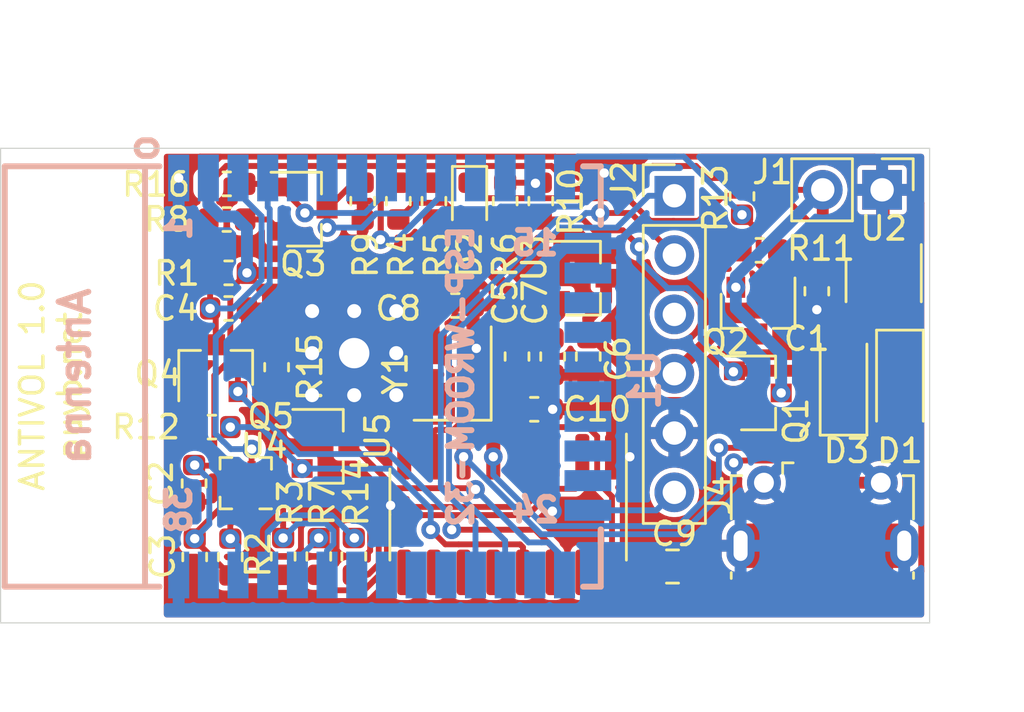
<source format=kicad_pcb>
(kicad_pcb (version 20171130) (host pcbnew 5.1.4)
  (layers (0 F.Cu signal) (31 B.Cu signal) (34 B.Paste user hide) (35 F.Paste user) (36 B.SilkS user hide) (37 F.SilkS user) (38 B.Mask user) (39 F.Mask user) (44 Edge.Cuts user))
  (net 0 "")
  (net 1 GND)
  (net 2 +3V3)
  (net 3 +BATT)
  (net 4 /GSM_KEY)
  (net 5 /GSM_RX)
  (net 6 /GSM_TX)
  (net 7 /ESP_RX)
  (net 8 /ESP_EN)
  (net 9 /ESP_IO0)
  (net 10 /ESP_TX)
  (net 11 /SCL)
  (net 12 /SDA)
  (net 13 /ACCEL_INT)
  (net 14 "Net-(C6-Pad1)")
  (net 15 +5V_USB)
  (net 16 "Net-(D2-Pad1)")
  (net 17 /GSM_VBAT)
  (net 18 /ADC)
  (net 19 /ADC_EN)
  (net 20 "Net-(D2-Pad2)")
  (net 21 /USB_PWR)
  (net 22 /CHARG)
  (net 23 "Net-(Q3-Pad2)")
  (net 24 "Net-(R11-Pad2)")
  (net 25 "Net-(D1-Pad2)")
  (net 26 /USB_D+)
  (net 27 /USB_D-)
  (net 28 "Net-(Q4-Pad2)")
  (net 29 "Net-(Q4-Pad1)")
  (net 30 "Net-(Q5-Pad2)")
  (net 31 "Net-(Q5-Pad1)")
  (net 32 "Net-(R14-Pad2)")
  (net 33 "Net-(C5-Pad1)")
  (net 34 "Net-(C8-Pad2)")
  (net 35 "Net-(R7-Pad2)")
  (net 36 /GSM_PWR)
  (module Package_TO_SOT_SMD:SOT-23 (layer F.Cu) (at 68.723 103.3526)
    (fp_text reference U3 (at -2.0734 -0.8636 90) (layer F.SilkS))
    (fp_text value XC6206P332)
    (pad 3 smd rect (at 1 0) (size 0.9 0.8) (layers F.Cu F.Paste F.Mask) (net 14 "Net-(C6-Pad1)"))
    (pad 2 smd rect (at -1 0.95) (size 0.9 0.8) (layers F.Cu F.Paste F.Mask) (net 2 +3V3))
    (pad 1 smd rect (at -1 -0.95) (size 0.9 0.8) (layers F.Cu F.Paste F.Mask) (net 1 GND))
  )
  (module Capacitor_SMD:C_0603_1608Metric (layer F.Cu) (at 52.0954 112.1411 90)
    (fp_text reference C2 (at 0 -1.43 90) (layer F.SilkS))
    (fp_text value 0.1µF)
    (pad 2 smd roundrect (at 0.7875 0 90) (size 0.875 0.95) (layers F.Cu F.Paste F.Mask) (net 2 +3V3))
    (pad 1 smd roundrect (at -0.7875 0 90) (size 0.875 0.95) (layers F.Cu F.Paste F.Mask) (net 1 GND))
  )
  (module OLIMEX_Cases-FP:ESP-WROOM-32_MODULE (layer B.Cu) (at 56.745 107.56 270)
    (fp_text reference U1 (at 0.136 -14.629 90) (layer B.SilkS) (effects (font (size 1.27 1.27) (thickness 0.254)) (justify mirror)))
    (fp_text value ESP-WROOM-32)
    (fp_text user 24 (at 5.715 -9.935 180) (layer B.SilkS) (effects (font (size 1.016 1.016) (thickness 0.254)) (justify mirror)))
    (fp_text user 15 (at -5.715 -9.935 180) (layer B.SilkS) (effects (font (size 1.016 1.016) (thickness 0.254)) (justify mirror)))
    (fp_text user 38 (at 5.715 5.305 90) (layer B.SilkS) (effects (font (size 1.016 1.016) (thickness 0.254)) (justify mirror)))
    (fp_text user 1 (at -6.35 5.305 90) (layer B.SilkS) (effects (font (size 1.016 1.016) (thickness 0.254)) (justify mirror)))
    (fp_text user ESP-WROOM-32 (at 0 -6.76 90) (layer B.SilkS) (effects (font (size 1.016 1.016) (thickness 0.254)) (justify mirror)))
    (fp_text user Antenna (at 0 9.75 90) (layer B.SilkS) (effects (font (size 1.27 1.27) (thickness 0.254)) (justify mirror)))
    (fp_text user o (at -9.779 6.829 90) (layer B.SilkS) (effects (font (size 1.27 1.27) (thickness 0.254)) (justify mirror)))
    (pad 39 thru_hole circle (at 0.8 -2.2 270) (size 1.3 1.3) (drill 0.6) (layers *.Cu) (net 1 GND))
    (pad 39 thru_hole circle (at -2.8 -2.2 270) (size 1.3 1.3) (drill 0.6) (layers *.Cu) (net 1 GND))
    (pad 39 thru_hole circle (at -1 -4 270) (size 1.3 1.3) (drill 0.6) (layers *.Cu) (net 1 GND))
    (pad 39 thru_hole circle (at -1 -0.4 270) (size 1.3 1.3) (drill 0.6) (layers *.Cu) (net 1 GND))
    (pad 39 thru_hole circle (at 0.8 -0.4 270) (size 1.3 1.3) (drill 0.6) (layers *.Cu) (net 1 GND))
    (pad 39 thru_hole circle (at -2.8 -0.4 270) (size 1.3 1.3) (drill 0.6) (layers *.Cu) (net 1 GND))
    (pad 39 thru_hole circle (at 0.8 -4 270) (size 1.3 1.3) (drill 0.6) (layers *.Cu) (net 1 GND))
    (pad 1 smd rect (at -8.5 5.31 270) (size 2 0.9) (layers B.Cu B.Paste B.Mask) (net 1 GND))
    (pad 2 smd rect (at -8.5 4.04 270) (size 2 0.9) (layers B.Cu B.Paste B.Mask) (net 2 +3V3))
    (pad 3 smd rect (at -8.5 2.77 270) (size 2 0.9) (layers B.Cu B.Paste B.Mask) (net 8 /ESP_EN))
    (pad 4 smd rect (at -8.5 1.5 270) (size 2 0.9) (layers B.Cu B.Paste B.Mask) (net 13 /ACCEL_INT))
    (pad 5 smd rect (at -8.5 0.23 270) (size 2 0.9) (layers B.Cu B.Paste B.Mask))
    (pad 6 smd rect (at -8.5 -1.04 270) (size 2 0.9) (layers B.Cu B.Paste B.Mask))
    (pad 7 smd rect (at -8.5 -2.31 270) (size 2 0.9) (layers B.Cu B.Paste B.Mask))
    (pad 8 smd rect (at -8.5 -3.58 270) (size 2 0.9) (layers B.Cu B.Paste B.Mask) (net 19 /ADC_EN))
    (pad 9 smd rect (at -8.5 -4.85 270) (size 2 0.9) (layers B.Cu B.Paste B.Mask) (net 18 /ADC))
    (pad 10 smd rect (at -8.5 -6.12 270) (size 2 0.9) (layers B.Cu B.Paste B.Mask) (net 21 /USB_PWR))
    (pad 11 smd rect (at -8.5 -7.39 270) (size 2 0.9) (layers B.Cu B.Paste B.Mask))
    (pad 12 smd rect (at -8.5 -8.66 270) (size 2 0.9) (layers B.Cu B.Paste B.Mask))
    (pad 13 smd rect (at -8.5 -9.93 270) (size 2 0.9) (layers B.Cu B.Paste B.Mask) (net 22 /CHARG))
    (pad 14 smd rect (at -8.5 -11.2 270) (size 2 0.9) (layers B.Cu B.Paste B.Mask) (net 36 /GSM_PWR))
    (pad 15 smd rect (at -5.7 -12.2 270) (size 0.9 2) (layers B.Cu B.Paste B.Mask) (net 1 GND))
    (pad 16 smd rect (at -4.43 -12.2 270) (size 0.9 2) (layers B.Cu B.Paste B.Mask))
    (pad 17 smd rect (at -3.16 -12.2 270) (size 0.9 2) (layers B.Cu B.Paste B.Mask))
    (pad 18 smd rect (at -1.89 -12.2 270) (size 0.9 2) (layers B.Cu B.Paste B.Mask))
    (pad 19 smd rect (at -0.62 -12.2 270) (size 0.9 2) (layers B.Cu B.Paste B.Mask))
    (pad 20 smd rect (at 0.65 -12.2 270) (size 0.9 2) (layers B.Cu B.Paste B.Mask))
    (pad 21 smd rect (at 1.92 -12.2 270) (size 0.9 2) (layers B.Cu B.Paste B.Mask))
    (pad 22 smd rect (at 3.19 -12.2 270) (size 0.9 2) (layers B.Cu B.Paste B.Mask))
    (pad 23 smd rect (at 4.46 -12.2 270) (size 0.9 2) (layers B.Cu B.Paste B.Mask))
    (pad 24 smd rect (at 5.73 -12.2 270) (size 0.9 2) (layers B.Cu B.Paste B.Mask) (net 4 /GSM_KEY))
    (pad 25 smd rect (at 8.5 -11.2 270) (size 2 0.9) (layers B.Cu B.Paste B.Mask) (net 9 /ESP_IO0))
    (pad 26 smd rect (at 8.5 -9.93 270) (size 2 0.9) (layers B.Cu B.Paste B.Mask))
    (pad 27 smd rect (at 8.5 -8.66 270) (size 2 0.9) (layers B.Cu B.Paste B.Mask) (net 6 /GSM_TX))
    (pad 28 smd rect (at 8.5 -7.39 270) (size 2 0.9) (layers B.Cu B.Paste B.Mask) (net 5 /GSM_RX))
    (pad 29 smd rect (at 8.5 -6.12 270) (size 2 0.9) (layers B.Cu B.Paste B.Mask))
    (pad 30 smd rect (at 8.5 -4.85 270) (size 2 0.9) (layers B.Cu B.Paste B.Mask))
    (pad 31 smd rect (at 8.5 -3.58 270) (size 2 0.9) (layers B.Cu B.Paste B.Mask))
    (pad 32 smd rect (at 8.5 -2.31 270) (size 2 0.9) (layers B.Cu B.Paste B.Mask))
    (pad 33 smd rect (at 8.5 -1.04 270) (size 2 0.9) (layers B.Cu B.Paste B.Mask) (net 12 /SDA))
    (pad 34 smd rect (at 8.5 0.23 270) (size 2 0.9) (layers B.Cu B.Paste B.Mask) (net 7 /ESP_RX))
    (pad 35 smd rect (at 8.5 1.5 270) (size 2 0.9) (layers B.Cu B.Paste B.Mask) (net 10 /ESP_TX))
    (pad 36 smd rect (at 8.5 2.77 270) (size 2 0.9) (layers B.Cu B.Paste B.Mask) (net 11 /SCL))
    (pad 37 smd rect (at 8.5 4.04 270) (size 2 0.9) (layers B.Cu B.Paste B.Mask))
    (pad 38 smd rect (at 8.5 5.31 270) (size 2 0.9) (layers B.Cu B.Paste B.Mask) (net 1 GND))
    (pad 39 smd rect (at -1 -2.2 270) (size 5 5) (layers B.Cu B.Mask) (net 1 GND))
    (pad 39 thru_hole circle (at -1 -2.2 270) (size 2 2) (drill 1.3) (layers *.Cu *.Mask) (net 1 GND))
    (pad 39 thru_hole circle (at -2.8 -4 270) (size 1.3 1.3) (drill 0.6) (layers *.Cu) (net 1 GND))
  )
  (module Resistor_SMD:R_0603_1608Metric (layer F.Cu) (at 55.9054 115.2653 90)
    (fp_text reference R3 (at 2.3115 0.3048 90) (layer F.SilkS))
    (fp_text value 10k)
    (pad 2 smd roundrect (at 0.7875 0 90) (size 0.875 0.95) (layers F.Cu F.Paste F.Mask) (net 12 /SDA))
    (pad 1 smd roundrect (at -0.7875 0 90) (size 0.875 0.95) (layers F.Cu F.Paste F.Mask) (net 2 +3V3))
  )
  (module Capacitor_SMD:C_0603_1608Metric (layer F.Cu) (at 52.1208 115.2907 90)
    (fp_text reference C3 (at 0.0255 -1.3716 270) (layer F.SilkS))
    (fp_text value 0.1µF)
    (pad 2 smd roundrect (at 0.7875 0 90) (size 0.875 0.95) (layers F.Cu F.Paste F.Mask) (net 2 +3V3))
    (pad 1 smd roundrect (at -0.7875 0 90) (size 0.875 0.95) (layers F.Cu F.Paste F.Mask) (net 1 GND))
  )
  (module Resistor_SMD:R_0603_1608Metric (layer F.Cu) (at 53.4923 99.314 180)
    (fp_text reference R16 (at 3.0225 -0.0254) (layer F.SilkS))
    (fp_text value 22k)
    (pad 2 smd roundrect (at 0.7875 0 180) (size 0.875 0.95) (layers F.Cu F.Paste F.Mask) (net 3 +BATT))
    (pad 1 smd roundrect (at -0.7875 0 180) (size 0.875 0.95) (layers F.Cu F.Paste F.Mask) (net 19 /ADC_EN))
  )
  (module Resistor_SMD:R_0603_1608Metric (layer F.Cu) (at 75.5396 99.8474 90)
    (fp_text reference R13 (at -0.0762 -1.143 90) (layer F.SilkS))
    (fp_text value 22k)
    (pad 2 smd roundrect (at 0.7875 0 90) (size 0.875 0.95) (layers F.Cu F.Paste F.Mask) (net 3 +BATT))
    (pad 1 smd roundrect (at -0.7875 0 90) (size 0.875 0.95) (layers F.Cu F.Paste F.Mask) (net 36 /GSM_PWR))
  )
  (module Resistor_SMD:R_0603_1608Metric (layer F.Cu) (at 53.5685 103.124)
    (fp_text reference R1 (at -2.2097 0.0254) (layer F.SilkS))
    (fp_text value 2.2k)
    (pad 2 smd roundrect (at 0.7875 0) (size 0.875 0.95) (layers F.Cu F.Paste F.Mask) (net 2 +3V3))
    (pad 1 smd roundrect (at -0.7875 0) (size 0.875 0.95) (layers F.Cu F.Paste F.Mask) (net 8 /ESP_EN))
  )
  (module Package_TO_SOT_SMD:SOT-23 (layer F.Cu) (at 76.2254 104.7402 270)
    (fp_text reference Q2 (at 1.3556 1.3716) (layer F.SilkS))
    (fp_text value AO3401A)
    (pad 3 smd rect (at 1 0 270) (size 0.9 0.8) (layers F.Cu F.Paste F.Mask) (net 17 /GSM_VBAT))
    (pad 2 smd rect (at -1 0.95 270) (size 0.9 0.8) (layers F.Cu F.Paste F.Mask) (net 3 +BATT))
    (pad 1 smd rect (at -1 -0.95 270) (size 0.9 0.8) (layers F.Cu F.Paste F.Mask) (net 36 /GSM_PWR))
  )
  (module Capacitor_SMD:C_0603_1608Metric (layer F.Cu) (at 78.74 103.9115 270)
    (fp_text reference C1 (at 2.0319 0.4318) (layer F.SilkS))
    (fp_text value 1µF/6.3V)
    (pad 2 smd roundrect (at 0.7875 0 270) (size 0.875 0.95) (layers F.Cu F.Paste F.Mask) (net 1 GND))
    (pad 1 smd roundrect (at -0.7875 0 270) (size 0.875 0.95) (layers F.Cu F.Paste F.Mask) (net 15 +5V_USB))
  )
  (module Resistor_SMD:R_0603_1608Metric (layer F.Cu) (at 57.4294 115.2651 270)
    (fp_text reference R7 (at -2.2859 -0.1524 90) (layer F.SilkS))
    (fp_text value 470)
    (pad 2 smd roundrect (at 0.7875 0 270) (size 0.875 0.95) (layers F.Cu F.Paste F.Mask) (net 35 "Net-(R7-Pad2)"))
    (pad 1 smd roundrect (at -0.7875 0 270) (size 0.875 0.95) (layers F.Cu F.Paste F.Mask) (net 7 /ESP_RX))
  )
  (module Crystal:Crystal_SMD_3225-4Pin_3.2x2.5mm (layer F.Cu) (at 63.1562 107.4342 90)
    (fp_text reference Y1 (at 0 -2.45 90) (layer F.SilkS))
    (fp_text value 12MHz)
    (pad 4 smd rect (at -1.1 -0.85 90) (size 1.4 1.2) (layers F.Cu F.Paste F.Mask) (net 1 GND))
    (pad 3 smd rect (at 1.1 -0.85 90) (size 1.4 1.2) (layers F.Cu F.Paste F.Mask) (net 34 "Net-(C8-Pad2)"))
    (pad 2 smd rect (at 1.1 0.85 90) (size 1.4 1.2) (layers F.Cu F.Paste F.Mask) (net 1 GND))
    (pad 1 smd rect (at -1.1 0.85 90) (size 1.4 1.2) (layers F.Cu F.Paste F.Mask) (net 33 "Net-(C5-Pad1)"))
  )
  (module Capacitor_SMD:C_0603_1608Metric (layer F.Cu) (at 63.2715 104.521 180)
    (fp_text reference C8 (at 2.4385 -0.127) (layer F.SilkS))
    (fp_text value 12pF)
    (pad 2 smd roundrect (at 0.7875 0 180) (size 0.875 0.95) (layers F.Cu F.Paste F.Mask) (net 34 "Net-(C8-Pad2)"))
    (pad 1 smd roundrect (at -0.7875 0 180) (size 0.875 0.95) (layers F.Cu F.Paste F.Mask) (net 1 GND))
  )
  (module Capacitor_SMD:C_0603_1608Metric (layer F.Cu) (at 65.913 106.7055 90)
    (fp_text reference C5 (at 2.3115 -0.508 90) (layer F.SilkS))
    (fp_text value 12pF)
    (pad 2 smd roundrect (at 0.7875 0 90) (size 0.875 0.95) (layers F.Cu F.Paste F.Mask) (net 1 GND))
    (pad 1 smd roundrect (at -0.7875 0 90) (size 0.875 0.95) (layers F.Cu F.Paste F.Mask) (net 33 "Net-(C5-Pad1)"))
  )
  (module Resistor_SMD:R_0603_1608Metric (layer F.Cu) (at 62.357 100.0505 90)
    (fp_text reference R5 (at -2.3115 0.127 270) (layer F.SilkS))
    (fp_text value 22k)
    (pad 2 smd roundrect (at 0.7875 0 90) (size 0.875 0.95) (layers F.Cu F.Paste F.Mask) (net 21 /USB_PWR))
    (pad 1 smd roundrect (at -0.7875 0 90) (size 0.875 0.95) (layers F.Cu F.Paste F.Mask) (net 1 GND))
  )
  (module Package_TO_SOT_SMD:SOT-23 (layer F.Cu) (at 56.785 100.396)
    (fp_text reference Q3 (at -0.016 2.347) (layer F.SilkS))
    (fp_text value AO3401A)
    (pad 3 smd rect (at 1 0) (size 0.9 0.8) (layers F.Cu F.Paste F.Mask) (net 18 /ADC))
    (pad 2 smd rect (at -1 0.95) (size 0.9 0.8) (layers F.Cu F.Paste F.Mask) (net 23 "Net-(Q3-Pad2)"))
    (pad 1 smd rect (at -1 -0.95) (size 0.9 0.8) (layers F.Cu F.Paste F.Mask) (net 19 /ADC_EN))
  )
  (module Package_TO_SOT_SMD:SOT-23 (layer F.Cu) (at 76.216 108.265)
    (fp_text reference Q1 (at 1.635 1.209 90) (layer F.SilkS))
    (fp_text value AO3401A)
    (pad 3 smd rect (at 1 0) (size 0.9 0.8) (layers F.Cu F.Paste F.Mask) (net 3 +BATT))
    (pad 2 smd rect (at -1 0.95) (size 0.9 0.8) (layers F.Cu F.Paste F.Mask) (net 14 "Net-(C6-Pad1)"))
    (pad 1 smd rect (at -1 -0.95) (size 0.9 0.8) (layers F.Cu F.Paste F.Mask) (net 15 +5V_USB))
  )
  (module Diode_SMD:D_0603_1608Metric (layer F.Cu) (at 63.881 100.0505 270)
    (fp_text reference D2 (at 2.3115 0 270) (layer F.SilkS))
    (fp_text value LED)
    (pad 2 smd roundrect (at 0.7875 0 270) (size 0.875 0.95) (layers F.Cu F.Paste F.Mask) (net 20 "Net-(D2-Pad2)"))
    (pad 1 smd roundrect (at -0.7875 0 270) (size 0.875 0.95) (layers F.Cu F.Paste F.Mask) (net 16 "Net-(D2-Pad1)"))
  )
  (module Diode_SMD:D_SOD-123 (layer F.Cu) (at 79.883 107.822 90)
    (fp_text reference D3 (at -2.922 0.127 180) (layer F.SilkS))
    (fp_text value B5819W)
    (pad 2 smd rect (at 1.65 0 90) (size 0.9 1.2) (layers F.Cu F.Paste F.Mask) (net 15 +5V_USB))
    (pad 1 smd rect (at -1.65 0 90) (size 0.9 1.2) (layers F.Cu F.Paste F.Mask) (net 14 "Net-(C6-Pad1)"))
  )
  (module Diode_SMD:D_SOD-123 (layer F.Cu) (at 82.296 107.824 270)
    (fp_text reference D1 (at 2.92 0 180) (layer F.SilkS))
    (fp_text value B5819W)
    (pad 2 smd rect (at 1.65 0 270) (size 0.9 1.2) (layers F.Cu F.Paste F.Mask) (net 25 "Net-(D1-Pad2)"))
    (pad 1 smd rect (at -1.65 0 270) (size 0.9 1.2) (layers F.Cu F.Paste F.Mask) (net 15 +5V_USB))
  )
  (module Capacitor_SMD:C_0805_2012Metric (layer F.Cu) (at 72.5655 115.697 180)
    (fp_text reference C9 (at -0.0785 1.397) (layer F.SilkS))
    (fp_text value 10µF/25V)
    (pad 2 smd roundrect (at 0.9375 0 180) (size 0.975 1.4) (layers F.Cu F.Paste F.Mask) (net 2 +3V3))
    (pad 1 smd roundrect (at -0.9375 0 180) (size 0.975 1.4) (layers F.Cu F.Paste F.Mask) (net 1 GND))
  )
  (module Resistor_SMD:R_0603_1608Metric (layer F.Cu) (at 52.8575 109.728 180)
    (fp_text reference R12 (at 2.8195 0) (layer F.SilkS))
    (fp_text value 10k)
    (pad 2 smd roundrect (at 0.7875 0 180) (size 0.875 0.95) (layers F.Cu F.Paste F.Mask) (net 29 "Net-(Q4-Pad1)"))
    (pad 1 smd roundrect (at -0.7875 0 180) (size 0.875 0.95) (layers F.Cu F.Paste F.Mask) (net 30 "Net-(Q5-Pad2)"))
  )
  (module Resistor_SMD:R_0603_1608Metric (layer F.Cu) (at 55.626 107.1625 270)
    (fp_text reference R15 (at 0 -1.43 90) (layer F.SilkS))
    (fp_text value 10k)
    (pad 2 smd roundrect (at 0.7875 0 270) (size 0.875 0.95) (layers F.Cu F.Paste F.Mask) (net 31 "Net-(Q5-Pad1)"))
    (pad 1 smd roundrect (at -0.7875 0 270) (size 0.875 0.95) (layers F.Cu F.Paste F.Mask) (net 28 "Net-(Q4-Pad2)"))
  )
  (module Package_SO:SOIC-16_3.9x9.9mm_P1.27mm (layer F.Cu) (at 65.532 113.473 270)
    (fp_text reference U5 (at -3.364 5.588 90) (layer F.SilkS))
    (fp_text value CH340G)
    (pad 16 smd roundrect (at 2.475 -4.445 270) (size 1.95 0.6) (layers F.Cu F.Paste F.Mask) (net 2 +3V3))
    (pad 15 smd roundrect (at 2.475 -3.175 270) (size 1.95 0.6) (layers F.Cu F.Paste F.Mask))
    (pad 14 smd roundrect (at 2.475 -1.905 270) (size 1.95 0.6) (layers F.Cu F.Paste F.Mask) (net 28 "Net-(Q4-Pad2)"))
    (pad 13 smd roundrect (at 2.475 -0.635 270) (size 1.95 0.6) (layers F.Cu F.Paste F.Mask) (net 30 "Net-(Q5-Pad2)"))
    (pad 12 smd roundrect (at 2.475 0.635 270) (size 1.95 0.6) (layers F.Cu F.Paste F.Mask))
    (pad 11 smd roundrect (at 2.475 1.905 270) (size 1.95 0.6) (layers F.Cu F.Paste F.Mask))
    (pad 10 smd roundrect (at 2.475 3.175 270) (size 1.95 0.6) (layers F.Cu F.Paste F.Mask))
    (pad 9 smd roundrect (at 2.475 4.445 270) (size 1.95 0.6) (layers F.Cu F.Paste F.Mask))
    (pad 8 smd roundrect (at -2.475 4.445 270) (size 1.95 0.6) (layers F.Cu F.Paste F.Mask) (net 34 "Net-(C8-Pad2)"))
    (pad 7 smd roundrect (at -2.475 3.175 270) (size 1.95 0.6) (layers F.Cu F.Paste F.Mask) (net 33 "Net-(C5-Pad1)"))
    (pad 6 smd roundrect (at -2.475 1.905 270) (size 1.95 0.6) (layers F.Cu F.Paste F.Mask) (net 27 /USB_D-))
    (pad 5 smd roundrect (at -2.475 0.635 270) (size 1.95 0.6) (layers F.Cu F.Paste F.Mask) (net 26 /USB_D+))
    (pad 4 smd roundrect (at -2.475 -0.635 270) (size 1.95 0.6) (layers F.Cu F.Paste F.Mask) (net 2 +3V3))
    (pad 3 smd roundrect (at -2.475 -1.905 270) (size 1.95 0.6) (layers F.Cu F.Paste F.Mask) (net 32 "Net-(R14-Pad2)"))
    (pad 2 smd roundrect (at -2.475 -3.175 270) (size 1.95 0.6) (layers F.Cu F.Paste F.Mask) (net 35 "Net-(R7-Pad2)"))
    (pad 1 smd roundrect (at -2.475 -4.445 270) (size 1.95 0.6) (layers F.Cu F.Paste F.Mask) (net 1 GND))
  )
  (module Resistor_SMD:R_0603_1608Metric (layer F.Cu) (at 58.928 115.2651 270)
    (fp_text reference R14 (at -2.7431 -0.1016 90) (layer F.SilkS))
    (fp_text value 470)
    (pad 2 smd roundrect (at 0.7875 0 270) (size 0.875 0.95) (layers F.Cu F.Paste F.Mask) (net 32 "Net-(R14-Pad2)"))
    (pad 1 smd roundrect (at -0.7875 0 270) (size 0.875 0.95) (layers F.Cu F.Paste F.Mask) (net 10 /ESP_TX))
  )
  (module Resistor_SMD:R_0603_1608Metric (layer F.Cu) (at 59.309 100.0505 270)
    (fp_text reference R9 (at 2.3115 -0.127 270) (layer F.SilkS))
    (fp_text value 10k)
    (pad 1 smd roundrect (at -0.7875 0 270) (size 0.875 0.95) (layers F.Cu F.Paste F.Mask) (net 18 /ADC))
    (pad 2 smd roundrect (at 0.7875 0 270) (size 0.875 0.95) (layers F.Cu F.Paste F.Mask) (net 1 GND))
  )
  (module Resistor_SMD:R_0603_1608Metric (layer F.Cu) (at 76.3015 102.159)
    (fp_text reference R11 (at 2.6163 -0.0764) (layer F.SilkS))
    (fp_text value 2.2k)
    (pad 2 smd roundrect (at 0.7875 0) (size 0.875 0.95) (layers F.Cu F.Paste F.Mask) (net 24 "Net-(R11-Pad2)"))
    (pad 1 smd roundrect (at -0.7875 0) (size 0.875 0.95) (layers F.Cu F.Paste F.Mask) (net 1 GND))
  )
  (module Resistor_SMD:R_0603_1608Metric (layer F.Cu) (at 60.833 100.0505 90)
    (fp_text reference R4 (at -2.3115 0.127 90) (layer F.SilkS))
    (fp_text value 10k)
    (pad 2 smd roundrect (at 0.7875 0 90) (size 0.875 0.95) (layers F.Cu F.Paste F.Mask) (net 21 /USB_PWR))
    (pad 1 smd roundrect (at -0.7875 0 90) (size 0.875 0.95) (layers F.Cu F.Paste F.Mask) (net 15 +5V_USB))
  )
  (module Package_TO_SOT_SMD:SOT-23 (layer F.Cu) (at 57.7182 110.551)
    (fp_text reference Q5 (at -2.3462 -1.2802 180) (layer F.SilkS))
    (fp_text value S8050)
    (pad 3 smd rect (at 1 0) (size 0.9 0.8) (layers F.Cu F.Paste F.Mask) (net 9 /ESP_IO0))
    (pad 2 smd rect (at -1 0.95) (size 0.9 0.8) (layers F.Cu F.Paste F.Mask) (net 30 "Net-(Q5-Pad2)"))
    (pad 1 smd rect (at -1 -0.95) (size 0.9 0.8) (layers F.Cu F.Paste F.Mask) (net 31 "Net-(Q5-Pad1)"))
  )
  (module Package_TO_SOT_SMD:SOT-23 (layer F.Cu) (at 53.02 107.204 90)
    (fp_text reference Q4 (at -0.238 -2.474 180) (layer F.SilkS))
    (fp_text value S8050)
    (pad 3 smd rect (at 1 0 90) (size 0.9 0.8) (layers F.Cu F.Paste F.Mask) (net 8 /ESP_EN))
    (pad 2 smd rect (at -1 0.95 90) (size 0.9 0.8) (layers F.Cu F.Paste F.Mask) (net 28 "Net-(Q4-Pad2)"))
    (pad 1 smd rect (at -1 -0.95 90) (size 0.9 0.8) (layers F.Cu F.Paste F.Mask) (net 29 "Net-(Q4-Pad1)"))
  )
  (module Connector_USB:USB_Micro-B_Molex-105017-0001 (layer F.Cu) (at 78.978 113.5705)
    (fp_text reference J4 (at -4.429 -0.9215 90) (layer F.SilkS))
    (fp_text value USB_B_Micro)
    (pad 6 smd rect (at -2.9 1.2375) (size 1.2 1.9) (layers F.Cu F.Mask) (net 1 GND))
    (pad 6 smd rect (at 2.9 1.2375) (size 1.2 1.9) (layers F.Cu F.Mask) (net 1 GND))
    (pad 6 thru_hole oval (at 3.5 1.2375) (size 1.2 1.9) (drill oval 0.6 1.3) (layers *.Cu *.Mask) (net 1 GND))
    (pad 6 thru_hole oval (at -3.5 1.2375 180) (size 1.2 1.9) (drill oval 0.6 1.3) (layers *.Cu *.Mask) (net 1 GND))
    (pad 6 smd rect (at -1 1.2375) (size 1.5 1.9) (layers F.Cu F.Paste F.Mask) (net 1 GND))
    (pad 6 thru_hole circle (at 2.5 -1.4625) (size 1.45 1.45) (drill 0.85) (layers *.Cu *.Mask) (net 1 GND))
    (pad 3 smd rect (at 0 -1.4625) (size 0.4 1.35) (layers F.Cu F.Paste F.Mask) (net 26 /USB_D+))
    (pad 4 smd rect (at 0.65 -1.4625) (size 0.4 1.35) (layers F.Cu F.Paste F.Mask))
    (pad 5 smd rect (at 1.3 -1.4625) (size 0.4 1.35) (layers F.Cu F.Paste F.Mask) (net 1 GND))
    (pad 1 smd rect (at -1.3 -1.4625) (size 0.4 1.35) (layers F.Cu F.Paste F.Mask) (net 25 "Net-(D1-Pad2)"))
    (pad 2 smd rect (at -0.65 -1.4625) (size 0.4 1.35) (layers F.Cu F.Paste F.Mask) (net 27 /USB_D-))
    (pad 6 thru_hole circle (at -2.5 -1.4625) (size 1.45 1.45) (drill 0.85) (layers *.Cu *.Mask) (net 1 GND))
    (pad 6 smd rect (at 1 1.2375) (size 1.5 1.9) (layers F.Cu F.Paste F.Mask) (net 1 GND))
  )
  (module Capacitor_SMD:C_0603_1608Metric (layer F.Cu) (at 66.6495 108.966)
    (fp_text reference C10 (at 2.6925 0) (layer F.SilkS))
    (fp_text value 0.1µF)
    (pad 2 smd roundrect (at 0.7875 0) (size 0.875 0.95) (layers F.Cu F.Paste F.Mask) (net 1 GND))
    (pad 1 smd roundrect (at -0.7875 0) (size 0.875 0.95) (layers F.Cu F.Paste F.Mask) (net 2 +3V3))
  )
  (module Capacitor_SMD:C_0603_1608Metric (layer F.Cu) (at 53.5685 104.648 180)
    (fp_text reference C4 (at 2.2605 0 180) (layer F.SilkS))
    (fp_text value 1nF)
    (pad 2 smd roundrect (at 0.7875 0 180) (size 0.875 0.95) (layers F.Cu F.Paste F.Mask) (net 8 /ESP_EN))
    (pad 1 smd roundrect (at -0.7875 0 180) (size 0.875 0.95) (layers F.Cu F.Paste F.Mask) (net 1 GND))
  )
  (module Resistor_SMD:R_0603_1608Metric (layer F.Cu) (at 66.929 100.0505 270)
    (fp_text reference R10 (at 0.0255 -1.27 270) (layer F.SilkS))
    (fp_text value 1k)
    (pad 2 smd roundrect (at 0.7875 0 270) (size 0.875 0.95) (layers F.Cu F.Paste F.Mask) (net 15 +5V_USB))
    (pad 1 smd roundrect (at -0.7875 0 270) (size 0.875 0.95) (layers F.Cu F.Paste F.Mask) (net 22 /CHARG))
  )
  (module Capacitor_SMD:C_0603_1608Metric (layer F.Cu) (at 67.437 106.7055 270)
    (fp_text reference C7 (at -2.3115 0.762 90) (layer F.SilkS))
    (fp_text value 1µF/6.3V)
    (pad 2 smd roundrect (at 0.7875 0 270) (size 0.875 0.95) (layers F.Cu F.Paste F.Mask) (net 1 GND))
    (pad 1 smd roundrect (at -0.7875 0 270) (size 0.875 0.95) (layers F.Cu F.Paste F.Mask) (net 2 +3V3))
  )
  (module Capacitor_SMD:C_0603_1608Metric (layer F.Cu) (at 68.961 106.7055 270)
    (fp_text reference C6 (at 0.1015 -1.27 90) (layer F.SilkS))
    (fp_text value 1µF/6.3V)
    (pad 2 smd roundrect (at 0.7875 0 270) (size 0.875 0.95) (layers F.Cu F.Paste F.Mask) (net 1 GND))
    (pad 1 smd roundrect (at -0.7875 0 270) (size 0.875 0.95) (layers F.Cu F.Paste F.Mask) (net 14 "Net-(C6-Pad1)"))
  )
  (module Connector_PinHeader_2.54mm:PinHeader_1x02_P2.54mm_Vertical (layer F.Cu) (at 81.534 99.568 270)
    (fp_text reference J1 (at -0.762 4.699 180) (layer F.SilkS))
    (fp_text value Conn_01x02)
    (pad 2 thru_hole oval (at 0 2.54 270) (size 1.7 1.7) (drill 1) (layers *.Cu *.Mask) (net 3 +BATT))
    (pad 1 thru_hole rect (at 0 0 270) (size 1.7 1.7) (drill 1) (layers *.Cu *.Mask) (net 1 GND))
  )
  (module Resistor_SMD:R_0603_1608Metric (layer F.Cu) (at 53.4925 100.838)
    (fp_text reference R8 (at -2.5655 0) (layer F.SilkS))
    (fp_text value 10k)
    (pad 2 smd roundrect (at 0.7875 0) (size 0.875 0.95) (layers F.Cu F.Paste F.Mask) (net 23 "Net-(Q3-Pad2)"))
    (pad 1 smd roundrect (at -0.7875 0) (size 0.875 0.95) (layers F.Cu F.Paste F.Mask) (net 3 +BATT))
  )
  (module Package_TO_SOT_SMD:SOT-23-5 (layer F.Cu) (at 81.6 103.462 270)
    (fp_text reference U2 (at -2.243 0) (layer F.SilkS))
    (fp_text value TP4054)
    (pad 5 smd rect (at 1.1 -0.95 270) (size 1.06 0.65) (layers F.Cu F.Paste F.Mask) (net 24 "Net-(R11-Pad2)"))
    (pad 4 smd rect (at 1.1 0.95 270) (size 1.06 0.65) (layers F.Cu F.Paste F.Mask) (net 15 +5V_USB))
    (pad 3 smd rect (at -1.1 0.95 270) (size 1.06 0.65) (layers F.Cu F.Paste F.Mask) (net 3 +BATT))
    (pad 2 smd rect (at -1.1 0 270) (size 1.06 0.65) (layers F.Cu F.Paste F.Mask) (net 1 GND))
    (pad 1 smd rect (at -1.1 -0.95 270) (size 1.06 0.65) (layers F.Cu F.Paste F.Mask) (net 16 "Net-(D2-Pad1)"))
  )
  (module Resistor_SMD:R_0603_1608Metric (layer F.Cu) (at 65.405 100.0505 90)
    (fp_text reference R6 (at -2.3115 0 90) (layer F.SilkS))
    (fp_text value 1k)
    (pad 2 smd roundrect (at 0.7875 0 90) (size 0.875 0.95) (layers F.Cu F.Paste F.Mask) (net 22 /CHARG))
    (pad 1 smd roundrect (at -0.7875 0 90) (size 0.875 0.95) (layers F.Cu F.Paste F.Mask) (net 20 "Net-(D2-Pad2)"))
  )
  (module Resistor_SMD:R_0603_1608Metric (layer F.Cu) (at 53.6448 115.2907 270)
    (fp_text reference R2 (at -0.1017 -1.1938 270) (layer F.SilkS))
    (fp_text value 10k)
    (pad 2 smd roundrect (at 0.7875 0 270) (size 0.875 0.95) (layers F.Cu F.Paste F.Mask) (net 2 +3V3))
    (pad 1 smd roundrect (at -0.7875 0 270) (size 0.875 0.95) (layers F.Cu F.Paste F.Mask) (net 11 /SCL))
  )
  (module Package_LGA:LGA-12_2x2mm_P0.5mm (layer F.Cu) (at 54.3057 112.129 180)
    (fp_text reference U4 (at -0.7869 1.5882) (layer F.SilkS))
    (fp_text value KXTJ3-1057)
    (pad 12 smd rect (at -0.25 -0.7625 270) (size 0.375 0.35) (layers F.Cu F.Paste F.Mask) (net 11 /SCL))
    (pad 11 smd rect (at 0.25 -0.7625 270) (size 0.375 0.35) (layers F.Cu F.Paste F.Mask) (net 2 +3V3))
    (pad 6 smd rect (at 0.25 0.7625 270) (size 0.375 0.35) (layers F.Cu F.Paste F.Mask) (net 1 GND))
    (pad 5 smd rect (at -0.25 0.7625 270) (size 0.375 0.35) (layers F.Cu F.Paste F.Mask) (net 13 /ACCEL_INT))
    (pad 10 smd rect (at 0.7625 -0.75 180) (size 0.375 0.35) (layers F.Cu F.Paste F.Mask) (net 2 +3V3))
    (pad 1 smd rect (at -0.7625 -0.75 180) (size 0.375 0.35) (layers F.Cu F.Paste F.Mask) (net 1 GND))
    (pad 7 smd rect (at 0.7625 0.75 180) (size 0.375 0.35) (layers F.Cu F.Paste F.Mask) (net 2 +3V3))
    (pad 4 smd rect (at -0.7625 0.75 180) (size 0.375 0.35) (layers F.Cu F.Paste F.Mask) (net 1 GND))
    (pad 8 smd rect (at 0.7625 0.25 180) (size 0.375 0.35) (layers F.Cu F.Paste F.Mask) (net 1 GND))
    (pad 9 smd rect (at 0.7625 -0.25 180) (size 0.375 0.35) (layers F.Cu F.Paste F.Mask) (net 1 GND))
    (pad 3 smd rect (at -0.7625 0.25 180) (size 0.375 0.35) (layers F.Cu F.Paste F.Mask) (net 2 +3V3))
    (pad 2 smd rect (at -0.7625 -0.25 180) (size 0.375 0.35) (layers F.Cu F.Paste F.Mask) (net 12 /SDA))
  )
  (module Connector_PinHeader_2.54mm:PinHeader_1x06_P2.54mm_Vertical (layer F.Cu) (at 72.644 99.822)
    (fp_text reference J2 (at -2.159 -0.635 90) (layer F.SilkS))
    (fp_text value Conn_01x06)
    (pad 6 thru_hole oval (at 0 12.7) (size 1.7 1.7) (drill 1) (layers *.Cu *.Mask) (net 4 /GSM_KEY))
    (pad 5 thru_hole oval (at 0 10.16) (size 1.7 1.7) (drill 1) (layers *.Cu *.Mask) (net 1 GND))
    (pad 4 thru_hole oval (at 0 7.62) (size 1.7 1.7) (drill 1) (layers *.Cu *.Mask) (net 17 /GSM_VBAT))
    (pad 3 thru_hole oval (at 0 5.08) (size 1.7 1.7) (drill 1) (layers *.Cu *.Mask))
    (pad 2 thru_hole oval (at 0 2.54) (size 1.7 1.7) (drill 1) (layers *.Cu *.Mask) (net 5 /GSM_RX))
    (pad 1 thru_hole rect (at 0 0) (size 1.7 1.7) (drill 1) (layers *.Cu *.Mask) (net 6 /GSM_TX))
  )
  (gr_text "ANTIVOL 1.0\npuyb.net" (at 45.974 107.95 90) (layer F.SilkS) (effects (font (size 1 1))))
  (gr_line (start 83.566 97.79) (end 83.566 118.11) (layer Edge.Cuts) (width 0.05))
  (gr_line (start 43.815 97.79) (end 83.566 97.79) (layer Edge.Cuts) (width 0.05))
  (gr_line (start 43.815 118.11) (end 43.815 97.79) (layer Edge.Cuts) (width 0.05))
  (gr_line (start 83.566 118.11) (end 43.815 118.11) (layer Edge.Cuts) (width 0.05))
  (segment (start 81.6 99.634) (end 81.534 99.568) (width 0.508) (layer F.Cu) (net 1))
  (segment (start 81.6 102.362) (end 81.6 99.634) (width 0.508) (layer F.Cu) (net 1))
  (segment (start 81.534 112.052) (end 81.478 112.108) (width 0.25) (layer F.Cu) (net 1))
  (segment (start 80.278 112.108) (end 81.478 112.108) (width 0.508) (layer F.Cu) (net 1))
  (via (at 67.437 108.966) (size 0.8) (drill 0.4) (layers F.Cu B.Cu) (net 1))
  (via (at 64.172 106.357) (size 0.8) (drill 0.4) (layers F.Cu B.Cu) (net 1))
  (segment (start 68.127798 101.86) (end 68.945 101.86) (width 0.508) (layer B.Cu) (net 1))
  (segment (start 64.172 105.815798) (end 68.127798 101.86) (width 0.508) (layer B.Cu) (net 1))
  (segment (start 64.172 106.357) (end 64.172 105.815798) (width 0.508) (layer B.Cu) (net 1))
  (segment (start 58.945 106.56) (end 60.926816 106.56) (width 0.25) (layer B.Cu) (net 1))
  (segment (start 60.745 106.56) (end 58.945 106.56) (width 0.25) (layer B.Cu) (net 1))
  (segment (start 51.435 116.06) (end 51.435 115.51) (width 0.25) (layer B.Cu) (net 1))
  (segment (start 51.435 116.06) (end 51.296466 116.06) (width 0.25) (layer B.Cu) (net 1))
  (segment (start 51.296466 116.06) (end 51.10604 116.250426) (width 0.25) (layer B.Cu) (net 1))
  (segment (start 78.8825 104.562) (end 78.867 104.5465) (width 0.508) (layer F.Cu) (net 1))
  (via (at 70.739 110.998) (size 0.8) (drill 0.4) (layers F.Cu B.Cu) (net 1))
  (segment (start 69.977 110.998) (end 70.739 110.998) (width 0.254) (layer F.Cu) (net 1))
  (segment (start 81.878 116.2166) (end 81.878 114.808) (width 0.254) (layer F.Cu) (net 1))
  (segment (start 81.8642 116.2304) (end 81.878 116.2166) (width 0.254) (layer F.Cu) (net 1))
  (segment (start 82.638 99.568) (end 83.2104 100.1404) (width 0.254) (layer F.Cu) (net 1))
  (segment (start 81.534 99.568) (end 82.638 99.568) (width 0.254) (layer F.Cu) (net 1))
  (segment (start 83.2104 100.1404) (end 83.2104 115.9002) (width 0.254) (layer F.Cu) (net 1))
  (segment (start 83.2104 115.9002) (end 82.8802 116.2304) (width 0.254) (layer F.Cu) (net 1))
  (segment (start 82.8802 116.2304) (end 81.8642 116.2304) (width 0.254) (layer F.Cu) (net 1))
  (segment (start 68.576601 100.287001) (end 69.6468 99.216802) (width 0.254) (layer B.Cu) (net 1))
  (via (at 69.6468 98.8485) (size 0.8) (drill 0.4) (layers F.Cu B.Cu) (net 1))
  (segment (start 58.945 106.56) (end 65.217999 100.287001) (width 0.254) (layer B.Cu) (net 1))
  (segment (start 69.6468 99.216802) (end 69.6468 98.8485) (width 0.254) (layer B.Cu) (net 1))
  (segment (start 65.217999 100.287001) (end 68.576601 100.287001) (width 0.254) (layer B.Cu) (net 1))
  (segment (start 58.945 106.56) (end 62.738 102.767) (width 0.254) (layer B.Cu) (net 1))
  (segment (start 62.738 102.767) (end 62.738 102.1033) (width 0.254) (layer B.Cu) (net 1))
  (via (at 51.435 99.06) (size 0.8) (drill 0.4) (layers F.Cu B.Cu) (net 1))
  (via (at 78.74 104.699) (size 0.8) (drill 0.4) (layers F.Cu B.Cu) (net 1))
  (segment (start 53.5432 112.379) (end 53.5432 111.879) (width 0.25) (layer F.Cu) (net 1))
  (segment (start 54.0557 111.804) (end 54.0557 111.3665) (width 0.25) (layer F.Cu) (net 1))
  (segment (start 53.9807 111.879) (end 54.0557 111.804) (width 0.25) (layer F.Cu) (net 1))
  (segment (start 53.5432 111.879) (end 53.9807 111.879) (width 0.25) (layer F.Cu) (net 1))
  (segment (start 52.6958 112.9286) (end 52.9246 112.6998) (width 0.25) (layer F.Cu) (net 1))
  (segment (start 52.1208 112.9286) (end 52.6958 112.9286) (width 0.25) (layer F.Cu) (net 1))
  (segment (start 52.9246 112.5601) (end 53.1057 112.379) (width 0.25) (layer F.Cu) (net 1))
  (segment (start 53.1057 112.379) (end 53.5432 112.379) (width 0.25) (layer F.Cu) (net 1))
  (segment (start 52.9246 112.6998) (end 52.9246 112.5601) (width 0.25) (layer F.Cu) (net 1))
  (segment (start 73.503 115.697) (end 72.05199 117.14801) (width 0.25) (layer F.Cu) (net 1))
  (segment (start 69.671664 117.14801) (end 69.342 116.818346) (width 0.25) (layer F.Cu) (net 1))
  (segment (start 72.05199 117.14801) (end 69.671664 117.14801) (width 0.25) (layer F.Cu) (net 1))
  (segment (start 69.342 116.818346) (end 69.342 114.7826) (width 0.25) (layer F.Cu) (net 1))
  (via (at 67.426809 113.326863) (size 0.8) (drill 0.4) (layers F.Cu B.Cu) (net 1))
  (segment (start 69.342 114.7826) (end 67.886263 113.326863) (width 0.25) (layer F.Cu) (net 1))
  (segment (start 67.886263 113.326863) (end 67.426809 113.326863) (width 0.25) (layer F.Cu) (net 1))
  (segment (start 55.0682 114.743174) (end 55.590226 115.2652) (width 0.25) (layer F.Cu) (net 1))
  (segment (start 55.0682 112.879) (end 55.0682 114.743174) (width 0.25) (layer F.Cu) (net 1))
  (via (at 60.5028 113.0808) (size 0.8) (drill 0.4) (layers F.Cu B.Cu) (net 1))
  (segment (start 59.62801 113.52681) (end 58.9026 112.8014) (width 0.25) (layer F.Cu) (net 1))
  (segment (start 59.3852 115.2652) (end 59.62801 115.02239) (width 0.25) (layer F.Cu) (net 1))
  (segment (start 59.62801 115.02239) (end 59.62801 113.52681) (width 0.25) (layer F.Cu) (net 1))
  (segment (start 56.6674 115.316) (end 56.7182 115.2652) (width 0.25) (layer F.Cu) (net 1))
  (segment (start 56.3372 116.8654) (end 56.6674 116.5352) (width 0.25) (layer F.Cu) (net 1))
  (segment (start 52.1208 116.0782) (end 52.1208 116.6157) (width 0.25) (layer F.Cu) (net 1))
  (segment (start 56.6674 116.5352) (end 56.6674 115.316) (width 0.25) (layer F.Cu) (net 1))
  (segment (start 52.3705 116.8654) (end 56.3372 116.8654) (width 0.25) (layer F.Cu) (net 1))
  (segment (start 55.590226 115.2652) (end 56.7182 115.2652) (width 0.25) (layer F.Cu) (net 1))
  (segment (start 52.1208 116.6157) (end 52.3705 116.8654) (width 0.25) (layer F.Cu) (net 1))
  (segment (start 55.335702 111.379) (end 56.6674 112.710698) (width 0.25) (layer F.Cu) (net 1))
  (segment (start 55.0682 111.379) (end 55.335702 111.379) (width 0.25) (layer F.Cu) (net 1))
  (segment (start 56.6674 115.2144) (end 56.7182 115.2652) (width 0.25) (layer F.Cu) (net 1))
  (segment (start 56.6674 112.710698) (end 56.6674 115.2144) (width 0.25) (layer F.Cu) (net 1))
  (segment (start 56.6674 112.710698) (end 56.758102 112.8014) (width 0.25) (layer F.Cu) (net 1))
  (segment (start 58.0644 112.8014) (end 58.0644 113.3602) (width 0.25) (layer F.Cu) (net 1))
  (segment (start 58.0644 112.8014) (end 58.9026 112.8014) (width 0.25) (layer F.Cu) (net 1))
  (segment (start 56.758102 112.8014) (end 58.0644 112.8014) (width 0.25) (layer F.Cu) (net 1))
  (segment (start 58.0644 113.3602) (end 58.1914 113.4872) (width 0.25) (layer F.Cu) (net 1))
  (segment (start 58.1914 115.1636) (end 58.0898 115.2652) (width 0.25) (layer F.Cu) (net 1))
  (segment (start 56.7182 115.2652) (end 58.0898 115.2652) (width 0.25) (layer F.Cu) (net 1))
  (segment (start 58.1914 113.4872) (end 58.1914 115.1636) (width 0.25) (layer F.Cu) (net 1))
  (segment (start 58.0898 115.2652) (end 59.3852 115.2652) (width 0.25) (layer F.Cu) (net 1))
  (segment (start 70.34882 98.14648) (end 69.6468 98.8485) (width 0.25) (layer F.Cu) (net 1))
  (segment (start 81.534 99.568) (end 81.534 98.468) (width 0.25) (layer F.Cu) (net 1))
  (segment (start 81.21248 98.14648) (end 70.34882 98.14648) (width 0.25) (layer F.Cu) (net 1))
  (segment (start 81.534 98.468) (end 81.21248 98.14648) (width 0.25) (layer F.Cu) (net 1))
  (segment (start 52.34852 98.14648) (end 51.435 99.06) (width 0.25) (layer F.Cu) (net 1))
  (segment (start 67.557121 98.14648) (end 52.34852 98.14648) (width 0.25) (layer F.Cu) (net 1))
  (segment (start 68.259138 98.8485) (end 67.557121 98.14648) (width 0.25) (layer F.Cu) (net 1))
  (segment (start 69.6468 98.8485) (end 68.259138 98.8485) (width 0.25) (layer F.Cu) (net 1))
  (segment (start 66.167 109.271) (end 65.862 108.966) (width 0.254) (layer F.Cu) (net 2))
  (segment (start 66.975388 106.379612) (end 67.437 105.918) (width 0.254) (layer F.Cu) (net 2))
  (segment (start 66.73499 106.62001) (end 66.975388 106.379612) (width 0.254) (layer F.Cu) (net 2))
  (segment (start 66.73499 108.09301) (end 66.73499 106.62001) (width 0.254) (layer F.Cu) (net 2))
  (segment (start 65.862 108.966) (end 66.73499 108.09301) (width 0.254) (layer F.Cu) (net 2))
  (via (at 54.356 103.124) (size 0.8) (drill 0.4) (layers F.Cu B.Cu) (net 2))
  (segment (start 52.705 100.203) (end 52.705 99.06) (width 0.508) (layer B.Cu) (net 2))
  (segment (start 53.213 100.711) (end 52.705 100.203) (width 0.508) (layer B.Cu) (net 2))
  (segment (start 53.848 100.711) (end 53.213 100.711) (width 0.508) (layer B.Cu) (net 2))
  (segment (start 54.356 101.219) (end 53.848 100.711) (width 0.508) (layer B.Cu) (net 2))
  (segment (start 54.356 103.124) (end 54.356 101.219) (width 0.508) (layer B.Cu) (net 2))
  (segment (start 71.377 115.948) (end 71.628 115.697) (width 0.25) (layer F.Cu) (net 2))
  (segment (start 69.977 115.948) (end 71.377 115.948) (width 0.25) (layer F.Cu) (net 2))
  (segment (start 54.0432 112.879) (end 54.0557 112.8915) (width 0.25) (layer F.Cu) (net 2))
  (segment (start 53.5432 112.879) (end 54.0432 112.879) (width 0.25) (layer F.Cu) (net 2))
  (segment (start 54.6307 111.879) (end 55.0682 111.879) (width 0.25) (layer F.Cu) (net 2))
  (segment (start 54.0557 112.454) (end 54.6307 111.879) (width 0.25) (layer F.Cu) (net 2))
  (segment (start 54.0557 112.8915) (end 54.0557 112.454) (width 0.25) (layer F.Cu) (net 2))
  (segment (start 52.1462 111.379) (end 52.1208 111.3536) (width 0.25) (layer F.Cu) (net 2))
  (segment (start 53.645001 103.834999) (end 53.645001 106.834001) (width 0.25) (layer F.Cu) (net 2))
  (segment (start 54.356 103.124) (end 53.645001 103.834999) (width 0.25) (layer F.Cu) (net 2))
  (segment (start 52.1208 114.3014) (end 53.5432 112.879) (width 0.25) (layer F.Cu) (net 2))
  (segment (start 52.1208 114.5032) (end 52.1208 114.3014) (width 0.25) (layer F.Cu) (net 2))
  (segment (start 52.1208 114.5542) (end 53.6448 116.0782) (width 0.25) (layer F.Cu) (net 2))
  (segment (start 52.1208 114.5032) (end 52.1208 114.5542) (width 0.25) (layer F.Cu) (net 2))
  (segment (start 55.88 116.0782) (end 55.9054 116.0528) (width 0.25) (layer F.Cu) (net 2))
  (segment (start 53.6448 116.0782) (end 55.88 116.0782) (width 0.25) (layer F.Cu) (net 2))
  (via (at 52.1208 114.5032) (size 0.8) (drill 0.4) (layers F.Cu B.Cu) (net 2))
  (via (at 52.1208 111.3536) (size 0.8) (drill 0.4) (layers F.Cu B.Cu) (net 2))
  (segment (start 52.582412 114.041588) (end 52.1208 114.5032) (width 0.25) (layer B.Cu) (net 2))
  (segment (start 52.745801 111.978601) (end 52.745801 113.878199) (width 0.25) (layer B.Cu) (net 2))
  (segment (start 52.745801 113.878199) (end 52.582412 114.041588) (width 0.25) (layer B.Cu) (net 2))
  (segment (start 52.1208 111.3536) (end 52.745801 111.978601) (width 0.25) (layer B.Cu) (net 2))
  (segment (start 52.959 111.3536) (end 52.9844 111.379) (width 0.25) (layer F.Cu) (net 2))
  (segment (start 52.959 107.520002) (end 52.959 111.3536) (width 0.25) (layer F.Cu) (net 2))
  (segment (start 53.645001 106.834001) (end 52.959 107.520002) (width 0.25) (layer F.Cu) (net 2))
  (segment (start 53.5432 111.379) (end 52.9844 111.379) (width 0.25) (layer F.Cu) (net 2))
  (segment (start 52.9844 111.379) (end 52.1462 111.379) (width 0.25) (layer F.Cu) (net 2))
  (segment (start 66.167 110.998) (end 66.167 109.728) (width 0.254) (layer F.Cu) (net 2))
  (segment (start 66.167 109.728) (end 66.167 109.271) (width 0.254) (layer F.Cu) (net 2))
  (segment (start 68.942346 109.728) (end 66.167 109.728) (width 0.25) (layer F.Cu) (net 2))
  (segment (start 69.342 110.127654) (end 68.942346 109.728) (width 0.25) (layer F.Cu) (net 2))
  (segment (start 69.342 112.0648) (end 69.342 110.127654) (width 0.25) (layer F.Cu) (net 2))
  (segment (start 69.977 112.6998) (end 69.342 112.0648) (width 0.25) (layer F.Cu) (net 2))
  (segment (start 69.977 115.948) (end 69.977 112.6998) (width 0.25) (layer F.Cu) (net 2))
  (segment (start 61.214 103.124) (end 61.6458 102.6922) (width 0.508) (layer F.Cu) (net 2))
  (segment (start 64.402 102.6922) (end 61.6458 102.6922) (width 0.508) (layer F.Cu) (net 2))
  (segment (start 66.0124 104.3026) (end 64.402 102.6922) (width 0.508) (layer F.Cu) (net 2))
  (segment (start 54.356 103.124) (end 61.214 103.124) (width 0.508) (layer F.Cu) (net 2))
  (segment (start 67.723 104.3026) (end 66.0124 104.3026) (width 0.508) (layer F.Cu) (net 2))
  (segment (start 67.723 104.3026) (end 67.723 104.87) (width 0.508) (layer F.Cu) (net 2))
  (segment (start 67.437 105.156) (end 67.437 105.918) (width 0.508) (layer F.Cu) (net 2))
  (segment (start 67.723 104.87) (end 67.437 105.156) (width 0.508) (layer F.Cu) (net 2))
  (segment (start 78.994 99.568) (end 78.994 100.706) (width 0.508) (layer F.Cu) (net 3))
  (segment (start 78.994 100.706) (end 79.187 100.899) (width 0.508) (layer F.Cu) (net 3))
  (segment (start 79.187 100.899) (end 80.65 102.362) (width 0.508) (layer F.Cu) (net 3))
  (via (at 75.2754 103.7402) (size 0.8) (drill 0.4) (layers F.Cu B.Cu) (net 3))
  (segment (start 78.994 99.568) (end 75.2754 103.2866) (width 0.508) (layer B.Cu) (net 3))
  (segment (start 75.2754 103.2866) (end 75.2754 103.7402) (width 0.508) (layer B.Cu) (net 3))
  (via (at 77.216 108.265) (size 0.8) (drill 0.4) (layers F.Cu B.Cu) (net 3))
  (segment (start 77.216 106.5784) (end 75.2754 104.6378) (width 0.508) (layer B.Cu) (net 3))
  (segment (start 77.216 108.265) (end 77.216 106.5784) (width 0.508) (layer B.Cu) (net 3))
  (segment (start 75.2754 103.7402) (end 75.2754 104.6378) (width 0.508) (layer B.Cu) (net 3))
  (segment (start 77.7494 99.568) (end 78.994 99.568) (width 0.254) (layer F.Cu) (net 3))
  (segment (start 77.2413 99.0599) (end 77.7494 99.568) (width 0.254) (layer F.Cu) (net 3))
  (segment (start 73.569092 98.54849) (end 74.080502 99.0599) (width 0.254) (layer F.Cu) (net 3))
  (segment (start 70.741898 99.5255) (end 71.718908 98.54849) (width 0.254) (layer F.Cu) (net 3))
  (segment (start 74.080502 99.0599) (end 77.2413 99.0599) (width 0.254) (layer F.Cu) (net 3))
  (segment (start 71.718908 98.54849) (end 73.569092 98.54849) (width 0.254) (layer F.Cu) (net 3))
  (segment (start 52.705 100.838) (end 52.705 99.314) (width 0.254) (layer F.Cu) (net 3))
  (segment (start 68.367614 99.5255) (end 70.741898 99.5255) (width 0.254) (layer F.Cu) (net 3))
  (segment (start 52.705 99.314) (end 53.47051 98.54849) (width 0.254) (layer F.Cu) (net 3))
  (segment (start 53.47051 98.54849) (end 67.390604 98.54849) (width 0.254) (layer F.Cu) (net 3))
  (segment (start 67.390604 98.54849) (end 68.367614 99.5255) (width 0.254) (layer F.Cu) (net 3))
  (segment (start 68.945 113.29) (end 68.787999 113.29) (width 0.254) (layer B.Cu) (net 4))
  (segment (start 71.876 113.29) (end 72.644 112.522) (width 0.254) (layer B.Cu) (net 4))
  (segment (start 68.945 113.29) (end 71.876 113.29) (width 0.254) (layer B.Cu) (net 4))
  (segment (start 62.651989 112.331979) (end 62.651989 105.803021) (width 0.25) (layer B.Cu) (net 5))
  (segment (start 64.135 113.81499) (end 62.651989 112.331979) (width 0.25) (layer B.Cu) (net 5))
  (segment (start 64.135 116.06) (end 64.135 113.81499) (width 0.25) (layer B.Cu) (net 5))
  (segment (start 67.260305 101.194705) (end 67.620021 100.834989) (width 0.25) (layer B.Cu) (net 5))
  (segment (start 62.651989 105.803021) (end 67.260305 101.194705) (width 0.25) (layer B.Cu) (net 5))
  (via (at 69.469 100.559999) (size 0.8) (drill 0.4) (layers F.Cu B.Cu) (net 5))
  (segment (start 67.620021 100.834989) (end 68.58761 100.834989) (width 0.25) (layer B.Cu) (net 5))
  (segment (start 68.8626 100.559999) (end 69.469 100.559999) (width 0.25) (layer B.Cu) (net 5))
  (segment (start 68.58761 100.834989) (end 68.8626 100.559999) (width 0.25) (layer B.Cu) (net 5))
  (segment (start 71.734011 101.512001) (end 71.794001 101.512001) (width 0.25) (layer F.Cu) (net 5))
  (segment (start 71.794001 101.512001) (end 72.644 102.362) (width 0.25) (layer F.Cu) (net 5))
  (segment (start 70.782009 100.559999) (end 71.734011 101.512001) (width 0.25) (layer F.Cu) (net 5))
  (segment (start 69.469 100.559999) (end 70.782009 100.559999) (width 0.25) (layer F.Cu) (net 5))
  (segment (start 65.405 114.590002) (end 65.405 116.06) (width 0.25) (layer B.Cu) (net 6))
  (segment (start 63.001999 112.187001) (end 65.405 114.590002) (width 0.25) (layer B.Cu) (net 6))
  (segment (start 63.001999 105.947999) (end 63.001999 112.187001) (width 0.25) (layer B.Cu) (net 6))
  (segment (start 67.764999 101.184999) (end 63.001999 105.947999) (width 0.25) (layer B.Cu) (net 6))
  (segment (start 70.181001 101.184999) (end 67.764999 101.184999) (width 0.25) (layer B.Cu) (net 6))
  (segment (start 71.544 99.822) (end 70.181001 101.184999) (width 0.25) (layer B.Cu) (net 6))
  (segment (start 72.644 99.822) (end 71.544 99.822) (width 0.25) (layer B.Cu) (net 6))
  (via (at 57.4294 114.4776) (size 0.8) (drill 0.4) (layers F.Cu B.Cu) (net 7))
  (segment (start 56.515 116.06) (end 56.515 115.392) (width 0.25) (layer B.Cu) (net 7))
  (segment (start 56.515 115.392) (end 57.4294 114.4776) (width 0.25) (layer B.Cu) (net 7))
  (segment (start 53.975 99.06) (end 53.975 99.828602) (width 0.254) (layer B.Cu) (net 8))
  (segment (start 53.02 104.887) (end 52.781 104.648) (width 0.254) (layer F.Cu) (net 8))
  (segment (start 53.02 106.204) (end 53.02 104.887) (width 0.254) (layer F.Cu) (net 8))
  (segment (start 52.781 104.648) (end 52.781 103.124) (width 0.254) (layer F.Cu) (net 8))
  (via (at 52.781 104.648) (size 0.8) (drill 0.4) (layers F.Cu B.Cu) (net 8))
  (segment (start 53.975 99.695) (end 53.975 99.06) (width 0.25) (layer B.Cu) (net 8))
  (segment (start 54.981001 100.701001) (end 53.975 99.695) (width 0.25) (layer B.Cu) (net 8))
  (segment (start 54.981001 103.424001) (end 54.981001 100.701001) (width 0.25) (layer B.Cu) (net 8))
  (segment (start 53.757002 104.648) (end 54.981001 103.424001) (width 0.25) (layer B.Cu) (net 8))
  (segment (start 52.781 104.648) (end 53.757002 104.648) (width 0.25) (layer B.Cu) (net 8))
  (via (at 64.135 112.395) (size 0.8) (drill 0.4) (layers F.Cu B.Cu) (net 9))
  (segment (start 64.262 112.522) (end 66.405021 114.665021) (width 0.25) (layer B.Cu) (net 9))
  (segment (start 67.945 116.06) (end 67.945 115.3668) (width 0.25) (layer B.Cu) (net 9))
  (segment (start 67.243221 114.665021) (end 66.963821 114.665021) (width 0.25) (layer B.Cu) (net 9))
  (segment (start 66.405021 114.665021) (end 66.963821 114.665021) (width 0.25) (layer B.Cu) (net 9))
  (segment (start 67.945 115.3668) (end 67.243221 114.665021) (width 0.25) (layer B.Cu) (net 9))
  (segment (start 64.0842 112.3442) (end 64.262 112.522) (width 0.25) (layer F.Cu) (net 9))
  (segment (start 58.7182 110.551) (end 58.898002 110.551) (width 0.25) (layer F.Cu) (net 9))
  (segment (start 60.691202 112.3442) (end 64.0842 112.3442) (width 0.25) (layer F.Cu) (net 9))
  (segment (start 58.898002 110.551) (end 60.691202 112.3442) (width 0.25) (layer F.Cu) (net 9))
  (segment (start 57.978389 113.502589) (end 58.9534 114.4776) (width 0.25) (layer B.Cu) (net 10))
  (segment (start 55.955609 113.502589) (end 57.978389 113.502589) (width 0.25) (layer B.Cu) (net 10))
  (via (at 58.9534 114.4776) (size 0.8) (drill 0.4) (layers F.Cu B.Cu) (net 10))
  (segment (start 55.245 114.213198) (end 55.955609 113.502589) (width 0.25) (layer B.Cu) (net 10))
  (segment (start 55.245 116.06) (end 55.245 114.213198) (width 0.25) (layer B.Cu) (net 10))
  (segment (start 54.5557 113.329) (end 54.3213 113.5634) (width 0.25) (layer F.Cu) (net 11))
  (segment (start 54.5557 112.8915) (end 54.5557 113.329) (width 0.25) (layer F.Cu) (net 11))
  (segment (start 54.3213 113.5634) (end 53.975 113.5634) (width 0.25) (layer F.Cu) (net 11))
  (segment (start 53.975 113.5634) (end 53.6448 113.8936) (width 0.25) (layer F.Cu) (net 11))
  (via (at 53.6448 114.5032) (size 0.8) (drill 0.4) (layers F.Cu B.Cu) (net 11))
  (segment (start 53.6448 113.8936) (end 53.6448 114.5032) (width 0.25) (layer F.Cu) (net 11))
  (segment (start 53.6448 114.5032) (end 53.9496 114.808) (width 0.25) (layer B.Cu) (net 11))
  (segment (start 53.975 114.81) (end 53.975 116.06) (width 0.25) (layer B.Cu) (net 11))
  (segment (start 53.973 114.808) (end 53.975 114.81) (width 0.25) (layer B.Cu) (net 11))
  (segment (start 53.9496 114.808) (end 53.973 114.808) (width 0.25) (layer B.Cu) (net 11))
  (via (at 55.9054 114.4778) (size 0.8) (drill 0.4) (layers F.Cu B.Cu) (net 12))
  (segment (start 57.785 115.0112) (end 57.785 116.06) (width 0.25) (layer B.Cu) (net 12))
  (segment (start 56.530601 113.852599) (end 57.729401 113.852599) (width 0.25) (layer B.Cu) (net 12))
  (segment (start 55.9054 114.4778) (end 56.530601 113.852599) (width 0.25) (layer B.Cu) (net 12))
  (segment (start 57.729401 113.852599) (end 58.054401 114.177599) (width 0.25) (layer B.Cu) (net 12))
  (segment (start 58.054401 114.177599) (end 58.054401 114.741799) (width 0.25) (layer B.Cu) (net 12))
  (segment (start 58.054401 114.741799) (end 57.785 115.0112) (width 0.25) (layer B.Cu) (net 12))
  (segment (start 55.9054 113.9403) (end 55.9054 114.4778) (width 0.25) (layer F.Cu) (net 12))
  (segment (start 55.9054 112.7787) (end 55.9054 113.9403) (width 0.25) (layer F.Cu) (net 12))
  (segment (start 55.5057 112.379) (end 55.9054 112.7787) (width 0.25) (layer F.Cu) (net 12))
  (segment (start 55.0682 112.379) (end 55.5057 112.379) (width 0.25) (layer F.Cu) (net 12))
  (segment (start 55.245 100.31) (end 55.245 99.06) (width 0.25) (layer B.Cu) (net 13))
  (segment (start 55.331011 100.396011) (end 55.245 100.31) (width 0.25) (layer B.Cu) (net 13))
  (segment (start 55.331011 103.568979) (end 55.331011 100.396011) (width 0.25) (layer B.Cu) (net 13))
  (segment (start 53.019999 105.879991) (end 55.331011 103.568979) (width 0.25) (layer B.Cu) (net 13))
  (segment (start 53.019999 110.028001) (end 53.019999 105.879991) (width 0.25) (layer B.Cu) (net 13))
  (segment (start 53.344999 110.353001) (end 53.355401 110.353001) (width 0.25) (layer B.Cu) (net 13))
  (segment (start 53.019999 110.028001) (end 53.344999 110.353001) (width 0.25) (layer B.Cu) (net 13))
  (segment (start 53.6702 110.6678) (end 54.5592 110.6678) (width 0.25) (layer B.Cu) (net 13))
  (segment (start 53.355401 110.353001) (end 53.6702 110.6678) (width 0.25) (layer B.Cu) (net 13))
  (via (at 54.5592 110.6678) (size 0.8) (drill 0.4) (layers F.Cu B.Cu) (net 13))
  (segment (start 54.5557 110.6713) (end 54.5592 110.6678) (width 0.25) (layer F.Cu) (net 13))
  (segment (start 54.5557 111.3665) (end 54.5557 110.6713) (width 0.25) (layer F.Cu) (net 13))
  (segment (start 76.174 110.123) (end 75.266 109.215) (width 0.508) (layer F.Cu) (net 14))
  (segment (start 77.865768 110.123) (end 76.174 110.123) (width 0.508) (layer F.Cu) (net 14))
  (segment (start 75.266 109.215) (end 75.216 109.215) (width 0.508) (layer F.Cu) (net 14))
  (segment (start 78.516768 109.472) (end 77.865768 110.123) (width 0.508) (layer F.Cu) (net 14))
  (segment (start 79.883 109.472) (end 78.516768 109.472) (width 0.508) (layer F.Cu) (net 14))
  (segment (start 74.258 109.215) (end 75.216 109.215) (width 0.508) (layer F.Cu) (net 14))
  (segment (start 73.739001 108.696001) (end 74.258 109.215) (width 0.508) (layer F.Cu) (net 14))
  (segment (start 72.042079 108.696001) (end 73.739001 108.696001) (width 0.508) (layer F.Cu) (net 14))
  (segment (start 69.264078 105.918) (end 72.042079 108.696001) (width 0.508) (layer F.Cu) (net 14))
  (segment (start 68.961 105.918) (end 69.264078 105.918) (width 0.508) (layer F.Cu) (net 14))
  (segment (start 69.723 104.3178) (end 69.723 103.3526) (width 0.508) (layer F.Cu) (net 14))
  (segment (start 68.961 105.918) (end 68.961 105.0798) (width 0.508) (layer F.Cu) (net 14))
  (segment (start 68.961 105.0798) (end 69.723 104.3178) (width 0.508) (layer F.Cu) (net 14))
  (segment (start 79.885 106.174) (end 79.883 106.172) (width 0.508) (layer F.Cu) (net 15))
  (segment (start 80.65 106.171) (end 80.647 106.174) (width 0.508) (layer F.Cu) (net 15))
  (segment (start 80.65 104.562) (end 80.65 106.171) (width 0.508) (layer F.Cu) (net 15))
  (segment (start 82.296 106.174) (end 80.647 106.174) (width 0.508) (layer F.Cu) (net 15))
  (segment (start 80.647 106.174) (end 79.885 106.174) (width 0.508) (layer F.Cu) (net 15))
  (segment (start 63.419396 101.55251) (end 66.21449 101.55251) (width 0.254) (layer F.Cu) (net 15))
  (segment (start 63.12899 101.262104) (end 63.419396 101.55251) (width 0.254) (layer F.Cu) (net 15))
  (segment (start 66.467388 101.299612) (end 66.929 100.838) (width 0.254) (layer F.Cu) (net 15))
  (segment (start 63.12899 100.433876) (end 63.12899 101.262104) (width 0.254) (layer F.Cu) (net 15))
  (segment (start 62.818604 100.12349) (end 63.12899 100.433876) (width 0.254) (layer F.Cu) (net 15))
  (segment (start 61.54751 100.12349) (end 62.818604 100.12349) (width 0.254) (layer F.Cu) (net 15))
  (segment (start 66.21449 101.55251) (end 66.467388 101.299612) (width 0.254) (layer F.Cu) (net 15))
  (segment (start 60.833 100.838) (end 61.54751 100.12349) (width 0.254) (layer F.Cu) (net 15))
  (segment (start 80.178 104.562) (end 78.74 103.124) (width 0.508) (layer F.Cu) (net 15))
  (segment (start 80.65 104.562) (end 80.178 104.562) (width 0.508) (layer F.Cu) (net 15))
  (segment (start 79.733 106.172) (end 78.59 107.315) (width 0.508) (layer F.Cu) (net 15))
  (segment (start 79.883 106.172) (end 79.733 106.172) (width 0.508) (layer F.Cu) (net 15))
  (segment (start 75.266 107.315) (end 75.216 107.315) (width 0.254) (layer F.Cu) (net 15))
  (segment (start 78.59 107.315) (end 77.216 107.315) (width 0.508) (layer F.Cu) (net 15))
  (segment (start 77.216 107.315) (end 75.216 107.315) (width 0.508) (layer F.Cu) (net 15))
  (via (at 71.1454 102.0064) (size 0.8) (drill 0.4) (layers F.Cu B.Cu) (net 15))
  (segment (start 73.771001 105.957029) (end 75.172486 107.358514) (width 0.254) (layer B.Cu) (net 15))
  (via (at 75.172486 107.358514) (size 0.8) (drill 0.4) (layers F.Cu B.Cu) (net 15))
  (segment (start 71.1454 102.572085) (end 72.348314 103.774999) (width 0.254) (layer B.Cu) (net 15))
  (segment (start 72.348314 103.774999) (end 73.184961 103.774999) (width 0.254) (layer B.Cu) (net 15))
  (segment (start 73.184961 103.774999) (end 73.771001 104.361039) (width 0.254) (layer B.Cu) (net 15))
  (segment (start 71.1454 102.0064) (end 71.1454 102.572085) (width 0.254) (layer B.Cu) (net 15))
  (segment (start 73.771001 104.361039) (end 73.771001 105.957029) (width 0.254) (layer B.Cu) (net 15))
  (segment (start 70.442011 101.303011) (end 71.1454 102.0064) (width 0.254) (layer F.Cu) (net 15))
  (segment (start 69.21005 101.303011) (end 70.442011 101.303011) (width 0.254) (layer F.Cu) (net 15))
  (segment (start 68.745039 100.838) (end 69.21005 101.303011) (width 0.254) (layer F.Cu) (net 15))
  (segment (start 66.929 100.838) (end 68.745039 100.838) (width 0.254) (layer F.Cu) (net 15))
  (segment (start 64.54551 99.92751) (end 63.881 99.263) (width 0.254) (layer F.Cu) (net 16))
  (segment (start 66.85671 99.92751) (end 64.54551 99.92751) (width 0.254) (layer F.Cu) (net 16))
  (segment (start 67.74571 99.92751) (end 66.85671 99.92751) (width 0.25) (layer F.Cu) (net 16))
  (segment (start 70.644508 99.92751) (end 67.74571 99.92751) (width 0.25) (layer F.Cu) (net 16))
  (segment (start 71.613999 100.897001) (end 70.644508 99.92751) (width 0.25) (layer F.Cu) (net 16))
  (segment (start 82.55 102.362) (end 82.55 102.672002) (width 0.25) (layer F.Cu) (net 16))
  (segment (start 82.55 102.672002) (end 82.047202 103.1748) (width 0.25) (layer F.Cu) (net 16))
  (segment (start 82.047202 103.1748) (end 80.1624 103.1748) (width 0.25) (layer F.Cu) (net 16))
  (segment (start 80.1624 103.1748) (end 80.049999 103.062399) (width 0.25) (layer F.Cu) (net 16))
  (segment (start 72.606399 100.897001) (end 71.613999 100.897001) (width 0.25) (layer F.Cu) (net 16))
  (segment (start 80.049999 103.062399) (end 80.049999 102.576781) (width 0.25) (layer F.Cu) (net 16))
  (segment (start 80.049999 102.576781) (end 77.295218 99.822) (width 0.25) (layer F.Cu) (net 16))
  (segment (start 77.295218 99.822) (end 74.749002 99.822) (width 0.25) (layer F.Cu) (net 16))
  (segment (start 74.749002 99.822) (end 73.672001 100.899001) (width 0.25) (layer F.Cu) (net 16))
  (segment (start 73.672001 100.899001) (end 72.608399 100.899001) (width 0.25) (layer F.Cu) (net 16))
  (segment (start 72.608399 100.899001) (end 72.606399 100.897001) (width 0.25) (layer F.Cu) (net 16))
  (segment (start 73.6854 106.4006) (end 74.3458 105.7402) (width 0.508) (layer F.Cu) (net 17))
  (segment (start 74.3458 105.7402) (end 76.2254 105.7402) (width 0.508) (layer F.Cu) (net 17))
  (segment (start 73.6854 106.4006) (end 72.644 107.442) (width 0.508) (layer F.Cu) (net 17))
  (segment (start 58.918 99.263) (end 57.785 100.396) (width 0.254) (layer F.Cu) (net 18))
  (segment (start 59.309 99.263) (end 58.918 99.263) (width 0.254) (layer F.Cu) (net 18))
  (segment (start 61.595 100.31) (end 61.321 100.584) (width 0.25) (layer B.Cu) (net 18))
  (segment (start 61.595 99.06) (end 61.595 100.31) (width 0.25) (layer B.Cu) (net 18))
  (segment (start 61.321 100.584) (end 59.88099 100.584) (width 0.25) (layer B.Cu) (net 18))
  (segment (start 59.88099 100.584) (end 59.279988 101.185002) (width 0.25) (layer B.Cu) (net 18))
  (via (at 57.785 101.185002) (size 0.8) (drill 0.4) (layers F.Cu B.Cu) (net 18))
  (segment (start 59.279988 101.185002) (end 57.785 101.185002) (width 0.25) (layer B.Cu) (net 18))
  (segment (start 57.785 101.185002) (end 57.785 100.396) (width 0.25) (layer F.Cu) (net 18))
  (segment (start 55.653 99.314) (end 55.785 99.446) (width 0.254) (layer F.Cu) (net 19))
  (segment (start 54.28 99.314) (end 55.653 99.314) (width 0.254) (layer F.Cu) (net 19))
  (segment (start 59.41 100.560002) (end 56.834998 100.560002) (width 0.25) (layer B.Cu) (net 19))
  (via (at 56.834998 100.560002) (size 0.8) (drill 0.4) (layers F.Cu B.Cu) (net 19))
  (segment (start 60.325 99.06) (end 60.325 99.645002) (width 0.25) (layer B.Cu) (net 19))
  (segment (start 60.325 99.645002) (end 59.41 100.560002) (width 0.25) (layer B.Cu) (net 19))
  (segment (start 56.834998 100.495998) (end 55.785 99.446) (width 0.25) (layer F.Cu) (net 19))
  (segment (start 56.834998 100.560002) (end 56.834998 100.495998) (width 0.25) (layer F.Cu) (net 19))
  (segment (start 63.881 100.838) (end 65.405 100.838) (width 0.254) (layer F.Cu) (net 20))
  (segment (start 60.833 99.263) (end 62.357 99.263) (width 0.254) (layer F.Cu) (net 21))
  (via (at 60.071 101.7016) (size 0.8) (drill 0.4) (layers F.Cu B.Cu) (net 21))
  (segment (start 62.865 99.06) (end 62.865 99.61) (width 0.254) (layer B.Cu) (net 21))
  (segment (start 60.08099 101.816949) (end 60.08099 100.01501) (width 0.254) (layer F.Cu) (net 21))
  (segment (start 60.371388 99.724612) (end 60.833 99.263) (width 0.25) (layer F.Cu) (net 21))
  (segment (start 60.08099 100.01501) (end 60.371388 99.724612) (width 0.25) (layer F.Cu) (net 21))
  (segment (start 60.08099 101.68619) (end 60.08099 100.01501) (width 0.25) (layer F.Cu) (net 21))
  (segment (start 60.0964 101.7016) (end 60.08099 101.68619) (width 0.25) (layer F.Cu) (net 21))
  (segment (start 60.7734 101.7016) (end 61.3366 101.1384) (width 0.25) (layer B.Cu) (net 21))
  (segment (start 60.0964 101.7016) (end 60.7734 101.7016) (width 0.25) (layer B.Cu) (net 21))
  (segment (start 62.865 99.61) (end 61.3366 101.1384) (width 0.254) (layer B.Cu) (net 21))
  (segment (start 65.405 99.263) (end 66.929 99.263) (width 0.254) (layer F.Cu) (net 22))
  (via (at 66.7004 99.2886) (size 0.8) (drill 0.4) (layers F.Cu B.Cu) (net 22))
  (segment (start 55.277 100.838) (end 55.785 101.346) (width 0.254) (layer F.Cu) (net 23))
  (segment (start 54.28 100.838) (end 55.277 100.838) (width 0.254) (layer F.Cu) (net 23))
  (segment (start 82.55 104.562) (end 81.975 104.562) (width 0.25) (layer F.Cu) (net 24))
  (segment (start 81.975 104.562) (end 81.169999 103.756999) (width 0.25) (layer F.Cu) (net 24))
  (segment (start 80.19718 103.756999) (end 80.266001 103.756999) (width 0.254) (layer F.Cu) (net 24))
  (segment (start 79.134402 102.159) (end 79.697989 102.722587) (width 0.254) (layer F.Cu) (net 24))
  (segment (start 79.697989 103.257808) (end 80.19718 103.756999) (width 0.254) (layer F.Cu) (net 24))
  (segment (start 79.697989 102.722587) (end 79.697989 103.257808) (width 0.254) (layer F.Cu) (net 24))
  (segment (start 77.089 102.159) (end 79.134402 102.159) (width 0.254) (layer F.Cu) (net 24))
  (segment (start 81.169999 103.756999) (end 80.266001 103.756999) (width 0.25) (layer F.Cu) (net 24))
  (segment (start 77.678 112.970202) (end 78.017198 113.3094) (width 0.508) (layer F.Cu) (net 25))
  (segment (start 77.678 112.108) (end 77.678 112.970202) (width 0.508) (layer F.Cu) (net 25))
  (segment (start 78.017198 113.3094) (end 82.0928 113.3094) (width 0.508) (layer F.Cu) (net 25))
  (segment (start 82.0928 113.3094) (end 82.6516 112.7506) (width 0.508) (layer F.Cu) (net 25))
  (segment (start 82.6516 112.7506) (end 82.6516 110.9218) (width 0.508) (layer F.Cu) (net 25))
  (segment (start 82.296 110.5662) (end 82.296 109.474) (width 0.508) (layer F.Cu) (net 25))
  (segment (start 82.6516 110.9218) (end 82.296 110.5662) (width 0.508) (layer F.Cu) (net 25))
  (via (at 74.549 110.617) (size 0.8) (drill 0.4) (layers F.Cu B.Cu) (net 26))
  (segment (start 78.978 112.108) (end 78.978 111.183) (width 0.25) (layer F.Cu) (net 26))
  (segment (start 78.412 110.617) (end 74.549 110.617) (width 0.25) (layer F.Cu) (net 26))
  (segment (start 78.978 111.183) (end 78.412 110.617) (width 0.25) (layer F.Cu) (net 26))
  (via (at 64.897 110.998) (size 0.8) (drill 0.4) (layers F.Cu B.Cu) (net 26))
  (segment (start 74.549 112.208002) (end 74.549 110.617) (width 0.25) (layer B.Cu) (net 26))
  (segment (start 72.792001 113.965001) (end 74.549 112.208002) (width 0.25) (layer B.Cu) (net 26))
  (segment (start 67.088989 113.965001) (end 72.792001 113.965001) (width 0.25) (layer B.Cu) (net 26))
  (segment (start 64.897 110.998) (end 64.897 111.773012) (width 0.25) (layer B.Cu) (net 26))
  (segment (start 64.897 111.773012) (end 67.088989 113.965001) (width 0.25) (layer B.Cu) (net 26))
  (segment (start 75.280795 111.157999) (end 75.185397 111.253397) (width 0.25) (layer F.Cu) (net 27))
  (via (at 75.185397 111.253397) (size 0.8) (drill 0.4) (layers F.Cu B.Cu) (net 27))
  (segment (start 78.302999 111.157999) (end 75.280795 111.157999) (width 0.25) (layer F.Cu) (net 27))
  (segment (start 78.328 112.108) (end 78.328 111.183) (width 0.25) (layer F.Cu) (net 27))
  (segment (start 78.328 111.183) (end 78.302999 111.157999) (width 0.25) (layer F.Cu) (net 27))
  (via (at 63.627 110.998) (size 0.8) (drill 0.4) (layers F.Cu B.Cu) (net 27))
  (segment (start 72.936979 114.315011) (end 75.185397 112.066593) (width 0.25) (layer B.Cu) (net 27))
  (segment (start 63.627 110.998) (end 66.944011 114.315011) (width 0.25) (layer B.Cu) (net 27))
  (segment (start 66.944011 114.315011) (end 72.936979 114.315011) (width 0.25) (layer B.Cu) (net 27))
  (segment (start 75.185397 112.066593) (end 75.185397 111.253397) (width 0.25) (layer B.Cu) (net 27))
  (segment (start 55.626 106.426) (end 54.864 106.426) (width 0.254) (layer F.Cu) (net 28))
  (segment (start 53.97 107.32) (end 53.97 108.204) (width 0.254) (layer F.Cu) (net 28))
  (segment (start 54.864 106.426) (end 53.97 107.32) (width 0.254) (layer F.Cu) (net 28))
  (via (at 63.119 114.122011) (size 0.8) (drill 0.4) (layers F.Cu B.Cu) (net 28))
  (segment (start 66.686011 114.122011) (end 63.119 114.122011) (width 0.25) (layer F.Cu) (net 28))
  (segment (start 67.437 115.948) (end 67.437 114.873) (width 0.25) (layer F.Cu) (net 28))
  (segment (start 67.437 114.873) (end 66.686011 114.122011) (width 0.25) (layer F.Cu) (net 28))
  (via (at 53.97 108.204) (size 0.8) (drill 0.4) (layers F.Cu B.Cu) (net 28))
  (segment (start 63.119 113.556326) (end 63.119 114.122011) (width 0.25) (layer B.Cu) (net 28))
  (segment (start 60.443673 110.880999) (end 63.119 113.556326) (width 0.25) (layer B.Cu) (net 28))
  (segment (start 53.97 108.204) (end 53.97 108.254) (width 0.25) (layer B.Cu) (net 28))
  (segment (start 53.97 108.254) (end 55.6768 109.9608) (width 0.25) (layer B.Cu) (net 28))
  (segment (start 56.588187 110.880999) (end 60.443673 110.880999) (width 0.25) (layer B.Cu) (net 28))
  (segment (start 55.6768 109.9608) (end 55.6768 109.969612) (width 0.25) (layer B.Cu) (net 28))
  (segment (start 55.6768 109.969612) (end 56.588187 110.880999) (width 0.25) (layer B.Cu) (net 28))
  (segment (start 52.07 109.728) (end 52.07 108.204) (width 0.254) (layer F.Cu) (net 29))
  (segment (start 66.167 115.948) (end 66.167 114.873) (width 0.25) (layer F.Cu) (net 30))
  (segment (start 66.167 114.873) (end 66.04199 114.74799) (width 0.25) (layer F.Cu) (net 30))
  (via (at 56.7182 111.506) (size 0.8) (drill 0.4) (layers F.Cu B.Cu) (net 30))
  (segment (start 60.5028 111.506) (end 61.1378 112.141) (width 0.25) (layer B.Cu) (net 30))
  (via (at 62.218999 114.122259) (size 0.8) (drill 0.4) (layers F.Cu B.Cu) (net 30))
  (segment (start 62.84473 114.74799) (end 62.218999 114.122259) (width 0.25) (layer F.Cu) (net 30))
  (segment (start 63.41459 114.74799) (end 62.84473 114.74799) (width 0.25) (layer F.Cu) (net 30))
  (segment (start 66.04199 114.74799) (end 63.41459 114.74799) (width 0.25) (layer F.Cu) (net 30))
  (segment (start 62.218999 114.122259) (end 62.218999 113.222199) (width 0.25) (layer B.Cu) (net 30))
  (segment (start 62.103 113.1062) (end 61.849 112.8522) (width 0.25) (layer B.Cu) (net 30))
  (segment (start 62.218999 113.222199) (end 61.849 112.8522) (width 0.25) (layer B.Cu) (net 30))
  (segment (start 61.849 112.8522) (end 61.1378 112.141) (width 0.25) (layer B.Cu) (net 30))
  (segment (start 58.0136 111.506) (end 56.7182 111.506) (width 0.25) (layer B.Cu) (net 30))
  (segment (start 58.0136 111.506) (end 60.5028 111.506) (width 0.25) (layer B.Cu) (net 30))
  (segment (start 56.7182 111.506) (end 54.9402 109.728) (width 0.25) (layer B.Cu) (net 30))
  (via (at 53.645 109.728) (size 0.8) (drill 0.4) (layers F.Cu B.Cu) (net 30))
  (segment (start 54.9402 109.728) (end 53.645 109.728) (width 0.25) (layer B.Cu) (net 30))
  (segment (start 55.626 108.5088) (end 56.7182 109.601) (width 0.25) (layer F.Cu) (net 31))
  (segment (start 55.626 107.95) (end 55.626 108.5088) (width 0.25) (layer F.Cu) (net 31))
  (segment (start 66.227799 113.147001) (end 67.437 111.9378) (width 0.25) (layer F.Cu) (net 32))
  (segment (start 61.503399 113.147001) (end 66.227799 113.147001) (width 0.25) (layer F.Cu) (net 32))
  (segment (start 59.994798 114.655602) (end 61.503399 113.147001) (width 0.25) (layer F.Cu) (net 32))
  (segment (start 58.928 116.0526) (end 59.503 116.0526) (width 0.25) (layer F.Cu) (net 32))
  (segment (start 59.5284 116.0272) (end 59.560986 116.0272) (width 0.25) (layer F.Cu) (net 32))
  (segment (start 59.503 116.0526) (end 59.5284 116.0272) (width 0.25) (layer F.Cu) (net 32))
  (segment (start 67.437 111.9378) (end 67.437 110.998) (width 0.25) (layer F.Cu) (net 32))
  (segment (start 59.994798 115.593388) (end 59.994798 114.655602) (width 0.25) (layer F.Cu) (net 32))
  (segment (start 59.560986 116.0272) (end 59.994798 115.593388) (width 0.25) (layer F.Cu) (net 32))
  (segment (start 64.976 108.557) (end 65.913 107.62) (width 0.25) (layer F.Cu) (net 33))
  (segment (start 64.172 108.557) (end 64.976 108.557) (width 0.25) (layer F.Cu) (net 33))
  (segment (start 62.357 110.998) (end 62.357 110.762654) (width 0.25) (layer F.Cu) (net 33))
  (segment (start 62.43059 109.84941) (end 62.357 109.923) (width 0.25) (layer F.Cu) (net 33))
  (segment (start 62.357 109.923) (end 62.357 110.998) (width 0.25) (layer F.Cu) (net 33))
  (segment (start 63.19098 109.84941) (end 62.43059 109.84941) (width 0.25) (layer F.Cu) (net 33))
  (segment (start 64.0062 109.03419) (end 63.19098 109.84941) (width 0.25) (layer F.Cu) (net 33))
  (segment (start 64.0062 108.5342) (end 64.0062 109.03419) (width 0.25) (layer F.Cu) (net 33))
  (segment (start 62.472 104.533) (end 62.484 104.521) (width 0.25) (layer F.Cu) (net 34))
  (segment (start 62.472 106.357) (end 62.472 104.533) (width 0.25) (layer F.Cu) (net 34))
  (segment (start 63.131201 109.414201) (end 63.046002 109.4994) (width 0.25) (layer F.Cu) (net 34))
  (segment (start 63.131201 107.259201) (end 63.131201 109.414201) (width 0.25) (layer F.Cu) (net 34))
  (segment (start 62.3062 106.3342) (end 62.3062 106.4342) (width 0.25) (layer F.Cu) (net 34))
  (segment (start 62.3062 106.4342) (end 63.131201 107.259201) (width 0.25) (layer F.Cu) (net 34))
  (segment (start 63.046002 109.4994) (end 61.341 109.4994) (width 0.25) (layer F.Cu) (net 34))
  (segment (start 61.087 109.7534) (end 61.087 110.998) (width 0.25) (layer F.Cu) (net 34))
  (segment (start 61.341 109.4994) (end 61.087 109.7534) (width 0.25) (layer F.Cu) (net 34))
  (segment (start 60.344808 115.738366) (end 60.344808 114.80058) (width 0.25) (layer F.Cu) (net 35))
  (segment (start 59.368064 116.71511) (end 60.344808 115.738366) (width 0.25) (layer F.Cu) (net 35))
  (segment (start 57.4294 116.0526) (end 58.09191 116.71511) (width 0.25) (layer F.Cu) (net 35))
  (segment (start 58.09191 116.71511) (end 59.368064 116.71511) (width 0.25) (layer F.Cu) (net 35))
  (segment (start 68.4104 112.3696) (end 68.707 112.073) (width 0.25) (layer F.Cu) (net 35))
  (segment (start 68.707 112.073) (end 68.707 110.998) (width 0.25) (layer F.Cu) (net 35))
  (segment (start 59.368064 116.71511) (end 60.34481 115.738364) (width 0.25) (layer F.Cu) (net 35))
  (segment (start 60.34481 115.738364) (end 60.34481 114.800578) (width 0.25) (layer F.Cu) (net 35))
  (segment (start 67.500188 112.3696) (end 68.4104 112.3696) (width 0.25) (layer F.Cu) (net 35))
  (segment (start 60.37021 114.800578) (end 61.673778 113.49701) (width 0.25) (layer F.Cu) (net 35))
  (segment (start 61.673778 113.49701) (end 66.372779 113.497009) (width 0.25) (layer F.Cu) (net 35))
  (segment (start 66.372777 113.497011) (end 66.452594 113.417194) (width 0.25) (layer F.Cu) (net 35))
  (segment (start 61.648377 113.497011) (end 66.372777 113.497011) (width 0.25) (layer F.Cu) (net 35))
  (segment (start 60.34481 114.800578) (end 61.648377 113.497011) (width 0.25) (layer F.Cu) (net 35))
  (segment (start 66.372779 113.497009) (end 66.452594 113.417194) (width 0.25) (layer F.Cu) (net 35))
  (segment (start 66.452594 113.417194) (end 67.500188 112.3696) (width 0.25) (layer F.Cu) (net 35))
  (segment (start 77.1754 103.6902) (end 76.2508 102.7656) (width 0.25) (layer F.Cu) (net 36))
  (segment (start 77.1754 103.7402) (end 77.1754 103.6902) (width 0.25) (layer F.Cu) (net 36))
  (segment (start 76.2508 101.3461) (end 75.5396 100.6349) (width 0.25) (layer F.Cu) (net 36))
  (segment (start 76.2508 101.6762) (end 76.2508 101.3461) (width 0.25) (layer F.Cu) (net 36))
  (via (at 75.5396 100.6349) (size 0.8) (drill 0.4) (layers F.Cu B.Cu) (net 36))
  (segment (start 76.2508 102.7656) (end 76.2508 101.6762) (width 0.25) (layer F.Cu) (net 36))
  (segment (start 67.945 99.06) (end 67.945 98.7044) (width 0.254) (layer B.Cu) (net 36))
  (segment (start 67.945 98.7044) (end 68.5038 98.1456) (width 0.254) (layer B.Cu) (net 36))
  (segment (start 73.0503 98.1456) (end 72.6694 98.1456) (width 0.25) (layer B.Cu) (net 36))
  (segment (start 75.14585 100.24115) (end 73.0503 98.1456) (width 0.25) (layer B.Cu) (net 36))
  (segment (start 75.5396 100.6349) (end 75.14585 100.24115) (width 0.25) (layer B.Cu) (net 36))
  (segment (start 68.5038 98.1456) (end 72.6694 98.1456) (width 0.254) (layer B.Cu) (net 36))
  (zone (net 1) (net_name GND) (layer B.Cu) (connect_pads (clearance 0.208)) (min_thickness 0.254) (fill yes (arc_segments 32) (thermal_gap 0.208) (thermal_bridge_width 0.508))
    (polygon (pts (xy 50.8 92.075) (xy 50.8 121.285) (xy 86.995 121.285) (xy 86.995 92.075)))
  )
  (zone (net 1) (net_name GND) (layer F.Cu) (connect_pads (clearance 0.208)) (min_thickness 0.254) (fill yes (arc_segments 32) (thermal_gap 0.208) (thermal_bridge_width 0.508))
    (polygon (pts (xy 50.8 91.44) (xy 50.8 121.92) (xy 87.63 121.92) (xy 87.63 91.44)))
  )
)
</source>
